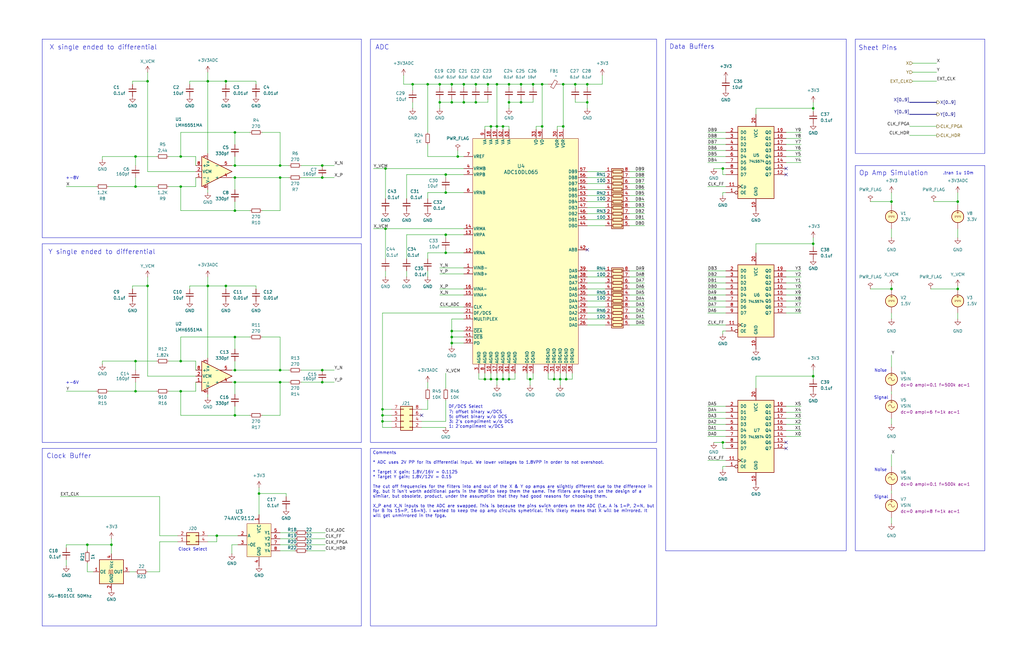
<source format=kicad_sch>
(kicad_sch (version 20231120) (generator "eeschema") (generator_version "8.0")
  (paper "USLedger")
  (junction (at 161.29 172.72))
  (junction (at 200.66 35.56))
  (junction (at 193.04 66.04))
  (junction (at 118.11 161.29))
  (junction (at 62.23 120.65))
  (junction (at 135.89 156.21))
  (junction (at 228.6 53.34))
  (junction (at 237.49 35.56))
  (junction (at 209.55 35.56))
  (junction (at 236.22 160.02))
  (junction (at 95.25 120.65))
  (junction (at 187.96 73.66))
  (junction (at 195.58 43.18))
  (junction (at 209.55 53.34))
  (junction (at 214.63 160.02))
  (junction (at 57.15 66.04))
  (junction (at 57.15 78.74))
  (junction (at 342.9 45.72))
  (junction (at 46.99 229.87))
  (junction (at 247.65 35.56))
  (junction (at 99.06 161.29))
  (junction (at 304.8 71.12))
  (junction (at 99.06 142.24))
  (junction (at 190.5 142.24))
  (junction (at 185.42 43.18))
  (junction (at 190.5 43.18))
  (junction (at 219.71 35.56))
  (junction (at 304.8 186.69))
  (junction (at 76.2 165.1))
  (junction (at 214.63 43.18))
  (junction (at 118.11 69.85))
  (junction (at 190.5 139.7))
  (junction (at 242.57 35.56))
  (junction (at 187.96 106.68))
  (junction (at 76.2 152.4))
  (junction (at 342.9 102.87))
  (junction (at 205.74 35.56))
  (junction (at 214.63 35.56))
  (junction (at 403.86 121.92))
  (junction (at 375.92 85.09))
  (junction (at 207.01 160.02))
  (junction (at 212.09 160.02))
  (junction (at 190.5 144.78))
  (junction (at 162.56 71.12))
  (junction (at 99.06 156.21))
  (junction (at 118.11 156.21))
  (junction (at 87.63 34.29))
  (junction (at 195.58 35.56))
  (junction (at 200.66 43.18))
  (junction (at 87.63 120.65))
  (junction (at 403.86 85.09))
  (junction (at 219.71 43.18))
  (junction (at 228.6 35.56))
  (junction (at 247.65 43.18))
  (junction (at 238.76 160.02))
  (junction (at 99.06 175.26))
  (junction (at 161.29 175.26))
  (junction (at 173.99 35.56))
  (junction (at 212.09 53.34))
  (junction (at 36.83 229.87))
  (junction (at 109.22 208.28))
  (junction (at 118.11 74.93))
  (junction (at 237.49 53.34))
  (junction (at 76.2 78.74))
  (junction (at 99.06 55.88))
  (junction (at 187.96 81.28))
  (junction (at 91.44 226.06))
  (junction (at 135.89 74.93))
  (junction (at 95.25 34.29))
  (junction (at 62.23 34.29))
  (junction (at 223.52 160.02))
  (junction (at 57.15 152.4))
  (junction (at 375.92 121.92))
  (junction (at 57.15 165.1))
  (junction (at 185.42 35.56))
  (junction (at 224.79 35.56))
  (junction (at 180.34 35.56))
  (junction (at 135.89 69.85))
  (junction (at 207.01 53.34))
  (junction (at 99.06 88.9))
  (junction (at 187.96 99.06))
  (junction (at 209.55 160.02))
  (junction (at 190.5 35.56))
  (junction (at 99.06 69.85))
  (junction (at 99.06 74.93))
  (junction (at 204.47 160.02))
  (junction (at 76.2 66.04))
  (junction (at 342.9 158.75))
  (junction (at 135.89 161.29))
  (junction (at 161.29 177.8))
  (junction (at 233.68 160.02))
  (junction (at 162.56 96.52))
  (no_connect (at 331.47 73.66))
  (no_connect (at 331.47 71.12))
  (no_connect (at 177.8 175.26))
  (no_connect (at 331.47 189.23))
  (no_connect (at 331.47 186.69))
  (no_connect (at 247.65 105.41))
  (wire (pts (xy 165.1 175.26) (xy 161.29 175.26)))
  (wire (pts (xy 76.2 78.74) (xy 82.55 78.74)))
  (wire (pts (xy 76.2 165.1) (xy 82.55 165.1)))
  (wire (pts (xy 342.9 156.21) (xy 342.9 158.75)))
  (wire (pts (xy 120.65 209.55) (xy 120.65 208.28)))
  (wire (pts (xy 36.83 241.3) (xy 39.37 241.3)))
  (wire (pts (xy 201.93 157.48) (xy 201.93 160.02)))
  (wire (pts (xy 71.12 78.74) (xy 76.2 78.74)))
  (wire (pts (xy 236.22 157.48) (xy 236.22 160.02)))
  (wire (pts (xy 403.86 86.36) (xy 403.86 85.09)))
  (wire (pts (xy 304.8 139.7) (xy 304.8 140.97)))
  (wire (pts (xy 247.65 85.09) (xy 255.27 85.09)))
  (wire (pts (xy 27.94 165.1) (xy 40.64 165.1)))
  (wire (pts (xy 298.45 179.07) (xy 306.07 179.07)))
  (wire (pts (xy 298.45 58.42) (xy 306.07 58.42)))
  (wire (pts (xy 238.76 160.02) (xy 236.22 160.02)))
  (wire (pts (xy 384.81 34.29) (xy 394.97 34.29)))
  (wire (pts (xy 231.14 157.48) (xy 231.14 160.02)))
  (wire (pts (xy 185.42 129.54) (xy 195.58 129.54)))
  (wire (pts (xy 265.43 137.16) (xy 271.78 137.16)))
  (wire (pts (xy 97.79 156.21) (xy 99.06 156.21)))
  (wire (pts (xy 331.47 68.58) (xy 337.82 68.58)))
  (wire (pts (xy 67.31 226.06) (xy 74.93 226.06)))
  (wire (pts (xy 76.2 165.1) (xy 76.2 175.26)))
  (wire (pts (xy 87.63 120.65) (xy 87.63 151.13)))
  (wire (pts (xy 187.96 73.66) (xy 195.58 73.66)))
  (wire (pts (xy 304.8 81.28) (xy 304.8 82.55)))
  (wire (pts (xy 306.07 196.85) (xy 304.8 196.85)))
  (wire (pts (xy 265.43 90.17) (xy 271.78 90.17)))
  (wire (pts (xy 171.45 99.06) (xy 171.45 109.22)))
  (wire (pts (xy 171.45 114.3) (xy 171.45 116.84)))
  (wire (pts (xy 265.43 116.84) (xy 271.78 116.84)))
  (wire (pts (xy 247.65 43.18) (xy 247.65 45.72)))
  (wire (pts (xy 219.71 35.56) (xy 224.79 35.56)))
  (wire (pts (xy 118.11 74.93) (xy 118.11 88.9)))
  (wire (pts (xy 403.86 132.08) (xy 403.86 134.62)))
  (wire (pts (xy 185.42 43.18) (xy 190.5 43.18)))
  (wire (pts (xy 99.06 85.09) (xy 99.06 88.9)))
  (wire (pts (xy 375.92 149.86) (xy 375.92 154.94)))
  (wire (pts (xy 162.56 71.12) (xy 195.58 71.12)))
  (wire (pts (xy 331.47 173.99) (xy 337.82 173.99)))
  (wire (pts (xy 242.57 35.56) (xy 242.57 36.83)))
  (wire (pts (xy 80.01 120.65) (xy 87.63 120.65)))
  (wire (pts (xy 306.07 81.28) (xy 304.8 81.28)))
  (wire (pts (xy 80.01 35.56) (xy 80.01 34.29)))
  (wire (pts (xy 222.25 160.02) (xy 223.52 160.02)))
  (wire (pts (xy 118.11 55.88) (xy 118.11 69.85)))
  (wire (pts (xy 180.34 168.91) (xy 180.34 172.72)))
  (wire (pts (xy 99.06 74.93) (xy 118.11 74.93)))
  (wire (pts (xy 71.12 165.1) (xy 76.2 165.1)))
  (wire (pts (xy 331.47 121.92) (xy 337.82 121.92)))
  (wire (pts (xy 204.47 53.34) (xy 204.47 54.61)))
  (wire (pts (xy 331.47 171.45) (xy 337.82 171.45)))
  (wire (pts (xy 36.83 229.87) (xy 36.83 232.41)))
  (wire (pts (xy 300.99 186.69) (xy 304.8 186.69)))
  (wire (pts (xy 99.06 55.88) (xy 99.06 60.96)))
  (wire (pts (xy 177.8 180.34) (xy 187.96 180.34)))
  (wire (pts (xy 127 69.85) (xy 135.89 69.85)))
  (wire (pts (xy 242.57 35.56) (xy 247.65 35.56)))
  (wire (pts (xy 190.5 35.56) (xy 185.42 35.56)))
  (wire (pts (xy 180.34 60.96) (xy 180.34 66.04)))
  (wire (pts (xy 242.57 41.91) (xy 242.57 43.18)))
  (wire (pts (xy 43.18 66.04) (xy 57.15 66.04)))
  (wire (pts (xy 27.94 229.87) (xy 27.94 231.14)))
  (wire (pts (xy 54.61 241.3) (xy 57.15 241.3)))
  (wire (pts (xy 195.58 35.56) (xy 195.58 36.83)))
  (wire (pts (xy 118.11 74.93) (xy 121.92 74.93)))
  (wire (pts (xy 304.8 196.85) (xy 304.8 198.12)))
  (wire (pts (xy 375.92 120.65) (xy 375.92 121.92)))
  (wire (pts (xy 82.55 78.74) (xy 82.55 74.93)))
  (wire (pts (xy 118.11 229.87) (xy 124.46 229.87)))
  (wire (pts (xy 214.63 43.18) (xy 219.71 43.18)))
  (wire (pts (xy 265.43 121.92) (xy 271.78 121.92)))
  (wire (pts (xy 80.01 121.92) (xy 80.01 120.65)))
  (wire (pts (xy 91.44 226.06) (xy 100.33 226.06)))
  (wire (pts (xy 318.77 102.87) (xy 342.9 102.87)))
  (wire (pts (xy 228.6 35.56) (xy 224.79 35.56)))
  (wire (pts (xy 298.45 127) (xy 306.07 127)))
  (wire (pts (xy 193.04 63.5) (xy 193.04 66.04)))
  (wire (pts (xy 76.2 55.88) (xy 99.06 55.88)))
  (wire (pts (xy 265.43 72.39) (xy 271.78 72.39)))
  (wire (pts (xy 331.47 124.46) (xy 337.82 124.46)))
  (wire (pts (xy 43.18 152.4) (xy 57.15 152.4)))
  (wire (pts (xy 247.65 80.01) (xy 255.27 80.01)))
  (wire (pts (xy 298.45 132.08) (xy 306.07 132.08)))
  (wire (pts (xy 331.47 55.88) (xy 337.82 55.88)))
  (wire (pts (xy 127 156.21) (xy 135.89 156.21)))
  (wire (pts (xy 99.06 161.29) (xy 118.11 161.29)))
  (wire (pts (xy 190.5 35.56) (xy 195.58 35.56)))
  (wire (pts (xy 162.56 83.82) (xy 162.56 71.12)))
  (wire (pts (xy 57.15 78.74) (xy 66.04 78.74)))
  (wire (pts (xy 375.92 176.53) (xy 375.92 179.07)))
  (wire (pts (xy 247.65 92.71) (xy 255.27 92.71)))
  (wire (pts (xy 97.79 74.93) (xy 99.06 74.93)))
  (wire (pts (xy 298.45 184.15) (xy 306.07 184.15)))
  (wire (pts (xy 331.47 127) (xy 337.82 127)))
  (wire (pts (xy 331.47 181.61) (xy 337.82 181.61)))
  (wire (pts (xy 76.2 142.24) (xy 99.06 142.24)))
  (wire (pts (xy 247.65 114.3) (xy 255.27 114.3)))
  (wire (pts (xy 342.9 45.72) (xy 342.9 46.99)))
  (wire (pts (xy 265.43 114.3) (xy 271.78 114.3)))
  (wire (pts (xy 107.95 120.65) (xy 107.95 121.92)))
  (wire (pts (xy 298.45 68.58) (xy 306.07 68.58)))
  (wire (pts (xy 135.89 156.21) (xy 140.97 156.21)))
  (wire (pts (xy 254 31.75) (xy 254 35.56)))
  (bus (pts (xy 394.97 43.18) (xy 383.54 43.18)))
  (wire (pts (xy 298.45 171.45) (xy 306.07 171.45)))
  (wire (pts (xy 185.42 124.46) (xy 195.58 124.46)))
  (wire (pts (xy 195.58 35.56) (xy 200.66 35.56)))
  (wire (pts (xy 265.43 129.54) (xy 271.78 129.54)))
  (wire (pts (xy 195.58 43.18) (xy 200.66 43.18)))
  (wire (pts (xy 97.79 229.87) (xy 97.79 233.68)))
  (wire (pts (xy 87.63 226.06) (xy 91.44 226.06)))
  (wire (pts (xy 247.65 43.18) (xy 247.65 41.91)))
  (wire (pts (xy 76.2 66.04) (xy 82.55 66.04)))
  (wire (pts (xy 223.52 160.02) (xy 224.79 160.02)))
  (wire (pts (xy 165.1 172.72) (xy 161.29 172.72)))
  (wire (pts (xy 214.63 157.48) (xy 214.63 160.02)))
  (wire (pts (xy 118.11 224.79) (xy 124.46 224.79)))
  (wire (pts (xy 403.86 120.65) (xy 403.86 121.92)))
  (wire (pts (xy 214.63 36.83) (xy 214.63 35.56)))
  (wire (pts (xy 383.54 57.15) (xy 394.97 57.15)))
  (wire (pts (xy 129.54 227.33) (xy 137.16 227.33)))
  (wire (pts (xy 170.18 35.56) (xy 173.99 35.56)))
  (wire (pts (xy 207.01 54.61) (xy 207.01 53.34)))
  (wire (pts (xy 384.81 26.67) (xy 394.97 26.67)))
  (wire (pts (xy 43.18 66.04) (xy 43.18 67.31)))
  (wire (pts (xy 375.92 86.36) (xy 375.92 85.09)))
  (wire (pts (xy 265.43 134.62) (xy 271.78 134.62)))
  (wire (pts (xy 62.23 120.65) (xy 62.23 158.75)))
  (wire (pts (xy 187.96 157.48) (xy 187.96 163.83)))
  (wire (pts (xy 180.34 116.84) (xy 180.34 114.3)))
  (wire (pts (xy 118.11 69.85) (xy 121.92 69.85)))
  (wire (pts (xy 118.11 161.29) (xy 121.92 161.29)))
  (wire (pts (xy 265.43 77.47) (xy 271.78 77.47)))
  (wire (pts (xy 161.29 172.72) (xy 161.29 175.26)))
  (wire (pts (xy 392.43 121.92) (xy 403.86 121.92)))
  (wire (pts (xy 224.79 160.02) (xy 224.79 157.48)))
  (wire (pts (xy 110.49 55.88) (xy 118.11 55.88)))
  (wire (pts (xy 298.45 129.54) (xy 306.07 129.54)))
  (wire (pts (xy 187.96 177.8) (xy 177.8 177.8)))
  (wire (pts (xy 247.65 77.47) (xy 255.27 77.47)))
  (wire (pts (xy 99.06 88.9) (xy 76.2 88.9)))
  (wire (pts (xy 57.15 66.04) (xy 66.04 66.04)))
  (wire (pts (xy 265.43 82.55) (xy 271.78 82.55)))
  (wire (pts (xy 367.03 85.09) (xy 375.92 85.09)))
  (wire (pts (xy 57.15 152.4) (xy 57.15 156.21)))
  (wire (pts (xy 331.47 184.15) (xy 337.82 184.15)))
  (wire (pts (xy 265.43 80.01) (xy 271.78 80.01)))
  (wire (pts (xy 87.63 228.6) (xy 91.44 228.6)))
  (wire (pts (xy 247.65 90.17) (xy 255.27 90.17)))
  (wire (pts (xy 207.01 53.34) (xy 204.47 53.34)))
  (wire (pts (xy 82.55 156.21) (xy 82.55 152.4)))
  (wire (pts (xy 187.96 73.66) (xy 187.96 74.93)))
  (wire (pts (xy 298.45 78.74) (xy 306.07 78.74)))
  (wire (pts (xy 99.06 175.26) (xy 105.41 175.26)))
  (wire (pts (xy 209.55 53.34) (xy 212.09 53.34)))
  (wire (pts (xy 180.34 172.72) (xy 177.8 172.72)))
  (wire (pts (xy 247.65 137.16) (xy 255.27 137.16)))
  (wire (pts (xy 190.5 41.91) (xy 190.5 43.18)))
  (wire (pts (xy 185.42 121.92) (xy 195.58 121.92)))
  (wire (pts (xy 318.77 163.83) (xy 318.77 158.75)))
  (wire (pts (xy 226.06 54.61) (xy 226.06 53.34)))
  (wire (pts (xy 87.63 166.37) (xy 87.63 167.64)))
  (wire (pts (xy 99.06 161.29) (xy 99.06 166.37)))
  (wire (pts (xy 187.96 99.06) (xy 187.96 100.33)))
  (wire (pts (xy 76.2 55.88) (xy 76.2 66.04)))
  (wire (pts (xy 25.4 209.55) (xy 67.31 209.55)))
  (wire (pts (xy 217.17 157.48) (xy 217.17 160.02)))
  (wire (pts (xy 247.65 95.25) (xy 255.27 95.25)))
  (wire (pts (xy 247.65 134.62) (xy 255.27 134.62)))
  (wire (pts (xy 157.48 71.12) (xy 162.56 71.12)))
  (wire (pts (xy 247.65 72.39) (xy 255.27 72.39)))
  (wire (pts (xy 241.3 157.48) (xy 241.3 160.02)))
  (wire (pts (xy 247.65 127) (xy 255.27 127)))
  (wire (pts (xy 173.99 35.56) (xy 180.34 35.56)))
  (wire (pts (xy 375.92 218.44) (xy 375.92 220.98)))
  (wire (pts (xy 57.15 152.4) (xy 66.04 152.4)))
  (wire (pts (xy 265.43 85.09) (xy 271.78 85.09)))
  (wire (pts (xy 185.42 43.18) (xy 185.42 45.72)))
  (wire (pts (xy 45.72 78.74) (xy 57.15 78.74)))
  (wire (pts (xy 375.92 191.77) (xy 375.92 196.85)))
  (wire (pts (xy 99.06 88.9) (xy 105.41 88.9)))
  (wire (pts (xy 27.94 78.74) (xy 40.64 78.74)))
  (wire (pts (xy 212.09 54.61) (xy 212.09 53.34)))
  (wire (pts (xy 209.55 35.56) (xy 209.55 53.34)))
  (wire (pts (xy 237.49 35.56) (xy 242.57 35.56)))
  (wire (pts (xy 200.66 36.83) (xy 200.66 35.56)))
  (bus (pts (xy 383.54 48.26) (xy 394.97 48.26)))
  (wire (pts (xy 55.88 121.92) (xy 55.88 120.65)))
  (wire (pts (xy 298.45 116.84) (xy 306.07 116.84)))
  (wire (pts (xy 205.74 36.83) (xy 205.74 35.56)))
  (wire (pts (xy 45.72 165.1) (xy 57.15 165.1)))
  (wire (pts (xy 99.06 152.4) (xy 99.06 156.21)))
  (wire (pts (xy 187.96 105.41) (xy 187.96 106.68)))
  (wire (pts (xy 222.25 157.48) (xy 222.25 160.02)))
  (wire (pts (xy 71.12 152.4) (xy 76.2 152.4)))
  (wire (pts (xy 187.96 80.01) (xy 187.96 81.28)))
  (wire (pts (xy 129.54 229.87) (xy 137.16 229.87)))
  (wire (pts (xy 298.45 66.04) (xy 306.07 66.04)))
  (wire (pts (xy 180.34 66.04) (xy 193.04 66.04)))
  (wire (pts (xy 135.89 69.85) (xy 140.97 69.85)))
  (wire (pts (xy 265.43 119.38) (xy 271.78 119.38)))
  (wire (pts (xy 298.45 173.99) (xy 306.07 173.99)))
  (wire (pts (xy 304.8 71.12) (xy 306.07 71.12)))
  (wire (pts (xy 212.09 157.48) (xy 212.09 160.02)))
  (wire (pts (xy 99.06 175.26) (xy 76.2 175.26)))
  (wire (pts (xy 298.45 60.96) (xy 306.07 60.96)))
  (wire (pts (xy 110.49 175.26) (xy 118.11 175.26)))
  (wire (pts (xy 67.31 228.6) (xy 74.93 228.6)))
  (wire (pts (xy 224.79 41.91) (xy 224.79 43.18)))
  (wire (pts (xy 306.07 73.66) (xy 304.8 73.66)))
  (wire (pts (xy 110.49 142.24) (xy 118.11 142.24)))
  (wire (pts (xy 298.45 114.3) (xy 306.07 114.3)))
  (wire (pts (xy 107.95 34.29) (xy 107.95 35.56)))
  (wire (pts (xy 298.45 121.92) (xy 306.07 121.92)))
  (wire (pts (xy 219.71 35.56) (xy 214.63 35.56)))
  (wire (pts (xy 99.06 74.93) (xy 99.06 80.01)))
  (wire (pts (xy 212.09 160.02) (xy 214.63 160.02)))
  (wire (pts (xy 375.92 165.1) (xy 375.92 166.37)))
  (wire (pts (xy 190.5 144.78) (xy 190.5 146.05)))
  (wire (pts (xy 207.01 157.48) (xy 207.01 160.02)))
  (wire (pts (xy 209.55 54.61) (xy 209.55 53.34)))
  (wire (pts (xy 27.94 229.87) (xy 36.83 229.87)))
  (wire (pts (xy 238.76 157.48) (xy 238.76 160.02)))
  (wire (pts (xy 82.55 165.1) (xy 82.55 161.29)))
  (wire (pts (xy 300.99 71.12) (xy 304.8 71.12)))
  (wire (pts (xy 214.63 43.18) (xy 214.63 41.91)))
  (wire (pts (xy 331.47 60.96) (xy 337.82 60.96)))
  (wire (pts (xy 209.55 53.34) (xy 207.01 53.34)))
  (wire (pts (xy 204.47 157.48) (xy 204.47 160.02)))
  (wire (pts (xy 46.99 233.68) (xy 46.99 229.87)))
  (wire (pts (xy 162.56 96.52) (xy 162.56 109.22)))
  (wire (pts (xy 265.43 132.08) (xy 271.78 132.08)))
  (wire (pts (xy 36.83 237.49) (xy 36.83 241.3)))
  (wire (pts (xy 247.65 119.38) (xy 255.27 119.38)))
  (wire (pts (xy 306.07 139.7) (xy 304.8 139.7)))
  (wire (pts (xy 118.11 161.29) (xy 118.11 175.26)))
  (wire (pts (xy 99.06 142.24) (xy 99.06 147.32)))
  (wire (pts (xy 205.74 35.56) (xy 200.66 35.56)))
  (wire (pts (xy 62.23 116.84) (xy 62.23 120.65)))
  (wire (pts (xy 304.8 189.23) (xy 304.8 186.69)))
  (wire (pts (xy 162.56 114.3) (xy 162.56 116.84)))
  (wire (pts (xy 110.49 88.9) (xy 118.11 88.9)))
  (wire (pts (xy 219.71 41.91) (xy 219.71 43.18)))
  (wire (pts (xy 161.29 132.08) (xy 195.58 132.08)))
  (wire (pts (xy 219.71 35.56) (xy 219.71 36.83)))
  (wire (pts (xy 207.01 160.02) (xy 209.55 160.02)))
  (wire (pts (xy 233.68 160.02) (xy 231.14 160.02)))
  (wire (pts (xy 87.63 34.29) (xy 87.63 64.77)))
  (wire (pts (xy 237.49 53.34) (xy 237.49 35.56)))
  (wire (pts (xy 180.34 35.56) (xy 185.42 35.56)))
  (wire (pts (xy 236.22 160.02) (xy 233.68 160.02)))
  (wire (pts (xy 120.65 208.28) (xy 109.22 208.28)))
  (wire (pts (xy 214.63 160.02) (xy 217.17 160.02)))
  (wire (pts (xy 118.11 232.41) (xy 124.46 232.41)))
  (wire (pts (xy 331.47 179.07) (xy 337.82 179.07)))
  (wire (pts (xy 80.01 34.29) (xy 87.63 34.29)))
  (wire (pts (xy 135.89 74.93) (xy 140.97 74.93)))
  (wire (pts (xy 87.63 120.65) (xy 95.25 120.65)))
  (wire (pts (xy 165.1 180.34) (xy 161.29 180.34)))
  (wire (pts (xy 375.92 207.01) (xy 375.92 208.28)))
  (wire (pts (xy 91.44 228.6) (xy 91.44 226.06)))
  (wire (pts (xy 247.65 129.54) (xy 255.27 129.54)))
  (wire (pts (xy 298.45 55.88) (xy 306.07 55.88)))
  (wire (pts (xy 234.95 53.34) (xy 237.49 53.34)))
  (wire (pts (xy 318.77 106.68) (xy 318.77 102.87)))
  (wire (pts (xy 298.45 181.61) (xy 306.07 181.61)))
  (wire (pts (xy 180.34 106.68) (xy 180.34 109.22)))
  (wire (pts (xy 87.63 80.01) (xy 87.63 81.28)))
  (wire (pts (xy 27.94 236.22) (xy 27.94 238.76)))
  (wire (pts (xy 161.29 180.34) (xy 161.29 177.8)))
  (wire (pts (xy 99.06 55.88) (xy 105.41 55.88)))
  (wire (pts (xy 55.88 120.65) (xy 62.23 120.65)))
  (wire (pts (xy 195.58 66.04) (xy 193.04 66.04)))
  (wire (pts (xy 318.77 158.75) (xy 342.9 158.75)))
  (wire (pts (xy 97.79 69.85) (xy 99.06 69.85)))
  (wire (pts (xy 99.06 66.04) (xy 99.06 69.85)))
  (wire (pts (xy 190.5 35.56) (xy 190.5 36.83)))
  (wire (pts (xy 55.88 34.29) (xy 62.23 34.29)))
  (wire (pts (xy 304.8 73.66) (xy 304.8 71.12)))
  (wire (pts (xy 95.25 120.65) (xy 95.25 121.92)))
  (wire (pts (xy 237.49 54.61) (xy 237.49 53.34)))
  (wire (pts (xy 187.96 106.68) (xy 195.58 106.68)))
  (wire (pts (xy 190.5 134.62) (xy 190.5 139.7)))
  (wire (pts (xy 226.06 53.34) (xy 228.6 53.34)))
  (wire (pts (xy 129.54 224.79) (xy 137.16 224.79)))
  (wire (pts (xy 200.66 41.91) (xy 200.66 43.18)))
  (wire (pts (xy 185.42 115.57) (xy 195.58 115.57)))
  (wire (pts (xy 342.9 102.87) (xy 342.9 104.14)))
  (wire (pts (xy 331.47 66.04) (xy 337.82 66.04)))
  (wire (pts (xy 318.77 45.72) (xy 342.9 45.72)))
  (wire (pts (xy 209.55 35.56) (xy 214.63 35.56)))
  (wire (pts (xy 180.34 35.56) (xy 180.34 55.88)))
  (wire (pts (xy 180.34 106.68) (xy 187.96 106.68)))
  (wire (pts (xy 161.29 132.08) (xy 161.29 172.72)))
  (wire (pts (xy 331.47 114.3) (xy 337.82 114.3)))
  (wire (pts (xy 228.6 53.34) (xy 228.6 35.56)))
  (wire (pts (xy 247.65 36.83) (xy 247.65 35.56)))
  (wire (pts (xy 224.79 43.18) (xy 219.71 43.18)))
  (wire (pts (xy 375.92 132.08) (xy 375.92 134.62)))
  (wire (pts (xy 43.18 152.4) (xy 43.18 153.67)))
  (wire (pts (xy 247.65 87.63) (xy 255.27 87.63)))
  (wire (pts (xy 185.42 43.18) (xy 185.42 41.91)))
  (wire (pts (xy 76.2 152.4) (xy 82.55 152.4)))
  (wire (pts (xy 99.06 69.85) (xy 118.11 69.85)))
  (wire (pts (xy 190.5 142.24) (xy 190.5 144.78)))
  (wire (pts (xy 118.11 142.24) (xy 118.11 156.21)))
  (wire (pts (xy 180.34 81.28) (xy 187.96 81.28)))
  (wire (pts (xy 97.79 161.29) (xy 99.06 161.29)))
  (wire (pts (xy 62.23 34.29) (xy 62.23 72.39)))
  (wire (pts (xy 403.86 81.28) (xy 403.86 85.09)))
  (wire (pts (xy 209.55 160.02) (xy 212.09 160.02)))
  (wire (pts (xy 129.54 232.41) (xy 137.16 232.41)))
  (wire (pts (xy 161.29 177.8) (xy 161.29 175.26)))
  (wire (pts (xy 228.6 54.61) (xy 228.6 53.34)))
  (wire (pts (xy 190.5 142.24) (xy 195.58 142.24)))
  (wire (pts (xy 195.58 41.91) (xy 195.58 43.18)))
  (wire (pts (xy 62.23 72.39) (xy 82.55 72.39)))
  (wire (pts (xy 99.06 142.24) (xy 105.41 142.24)))
  (wire (pts (xy 36.83 229.87) (xy 46.99 229.87)))
  (wire (pts (xy 190.5 144.78) (xy 195.58 144.78)))
  (wire (pts (xy 109.22 208.28) (xy 109.22 217.17)))
  (wire (pts (xy 87.63 116.84) (xy 87.63 120.65)))
  (wire (pts (xy 180.34 161.29) (xy 180.34 163.83)))
  (wire (pts (xy 403.86 96.52) (xy 403.86 100.33)))
  (wire (pts (xy 236.22 35.56) (xy 237.49 35.56)))
  (wire (pts (xy 265.43 127) (xy 271.78 127)))
  (wire (pts (xy 46.99 227.33) (xy 46.99 229.87)))
  (wire (pts (xy 298.45 137.16) (xy 306.07 137.16)))
  (wire (pts (xy 67.31 209.55) (xy 67.31 226.06)))
  (wire (pts (xy 187.96 99.06) (xy 195.58 99.06)))
  (wire (pts (xy 190.5 134.62) (xy 195.58 134.62)))
  (wire (pts (xy 298.45 176.53) (xy 306.07 176.53)))
  (wire (pts (xy 228.6 35.56) (xy 231.14 35.56)))
  (wire (pts (xy 118.11 156.21) (xy 121.92 156.21)))
  (wire (pts (xy 127 161.29) (xy 135.89 161.29)))
  (wire (pts (xy 171.45 73.66) (xy 171.45 83.82)))
  (wire (pts (xy 162.56 96.52) (xy 195.58 96.52)))
  (wire (pts (xy 76.2 142.24) (xy 76.2 152.4)))
  (wire (pts (xy 265.43 92.71) (xy 271.78 92.71)))
  (wire (pts (xy 173.99 38.1) (xy 173.99 35.56)))
  (wire (pts (xy 236.22 160.02) (xy 236.22 162.56)))
  (wire (pts (xy 265.43 87.63) (xy 271.78 87.63)))
  (wire (pts (xy 62.23 158.75) (xy 82.55 158.75)))
  (wire (pts (xy 87.63 30.48) (xy 87.63 34.29)))
  (wire (pts (xy 247.65 132.08) (xy 255.27 132.08)))
  (wire (pts (xy 298.45 63.5) (xy 306.07 63.5)))
  (wire (pts (xy 190.5 43.18) (xy 195.58 43.18)))
  (wire (pts (xy 171.45 73.66) (xy 187.96 73.66)))
  (wire (pts (xy 331.47 119.38) (xy 337.82 119.38)))
  (wire (pts (xy 247.65 74.93) (xy 255.27 74.93)))
  (wire (pts (xy 298.45 119.38) (xy 306.07 119.38)))
  (wire (pts (xy 185.42 36.83) (xy 185.42 35.56)))
  (wire (pts (xy 331.47 116.84) (xy 337.82 116.84)))
  (wire (pts (xy 342.9 158.75) (xy 342.9 160.02)))
  (wire (pts (xy 247.65 82.55) (xy 255.27 82.55)))
  (wire (pts (xy 109.22 205.74) (xy 109.22 208.28)))
  (wire (pts (xy 233.68 157.48) (xy 233.68 160.02)))
  (wire (pts (xy 254 35.56) (xy 247.65 35.56)))
  (wire (pts (xy 57.15 165.1) (xy 66.04 165.1)))
  (wire (pts (xy 304.8 186.69) (xy 306.07 186.69)))
  (wire (pts (xy 82.55 69.85) (xy 82.55 66.04)))
  (wire (pts (xy 118.11 227.33) (xy 124.46 227.33)))
  (wire (pts (xy 201.93 160.02) (xy 204.47 160.02)))
  (wire (pts (xy 265.43 95.25) (xy 271.78 95.25)))
  (wire (pts (xy 247.65 43.18) (xy 242.57 43.18)))
  (wire (pts (xy 214.63 43.18) (xy 214.63 45.72)))
  (wire (pts (xy 383.54 53.34) (xy 394.97 53.34)))
  (wire (pts (xy 223.52 160.02) (xy 223.52 162.56)))
  (wire (pts (xy 135.89 161.29) (xy 140.97 161.29)))
  (wire (pts (xy 173.99 43.18) (xy 173.99 45.72)))
  (wire (pts (xy 107.95 120.65) (xy 95.25 120.65)))
  (wire (pts (xy 67.31 241.3) (xy 67.31 228.6)))
  (wire (pts (xy 170.18 31.75) (xy 170.18 35.56)))
  (wire (pts (xy 331.47 129.54) (xy 337.82 129.54)))
  (wire (pts (xy 265.43 124.46) (xy 271.78 124.46)))
  (wire (pts (xy 99.06 171.45) (xy 99.06 175.26)))
  (wire (pts (xy 209.55 157.48) (xy 209.55 160.02)))
  (wire (pts (xy 304.8 189.23) (xy 306.07 189.23)))
  (wire (pts (xy 165.1 177.8) (xy 161.29 177.8)))
  (wire (pts (xy 224.79 36.83) (xy 224.79 35.56)))
  (wire (pts (xy 375.92 81.28) (xy 375.92 85.09)))
  (wire (pts (xy 171.45 99.06) (xy 187.96 99.06)))
  (wire (pts (xy 57.15 66.04) (xy 57.15 69.85)))
  (wire (pts (xy 200.66 43.18) (xy 205.74 43.18)))
  (wire (pts (xy 76.2 78.74) (xy 76.2 88.9)))
  (wire (pts (xy 190.5 139.7) (xy 195.58 139.7)))
  (wire (pts (xy 331.47 58.42) (xy 337.82 58.42)))
  (wire (pts (xy 57.15 161.29) (xy 57.15 165.1)))
  (wire (pts (xy 187.96 168.91) (xy 187.96 177.8)))
  (wire (pts (xy 127 74.93) (xy 135.89 74.93)))
  (wire (pts (xy 57.15 74.93) (xy 57.15 78.74)))
  (wire (pts (xy 205.74 41.91) (xy 205.74 43.18)))
  (wire (pts (xy 209.55 160.02) (xy 209.55 162.56)))
  (wire (pts (xy 204.47 160.02) (xy 207.01 160.02)))
  (wire (pts (xy 247.65 116.84) (xy 255.27 116.84)))
  (wire (pts (xy 55.88 35.56) (xy 55.88 34.29)))
  (wire (pts (xy 375.92 96.52) (xy 375.92 100.33)))
  (wire (pts (xy 209.55 35.56) (xy 205.74 35.56)))
  (wire (pts (xy 342.9 100.33) (xy 342.9 102.87)))
  (wire (pts (xy 87.63 34.29) (xy 95.25 34.29)))
  (wire (pts (xy 298.45 194.31) (xy 306.07 194.31)))
  (wire (pts (xy 342.9 43.18) (xy 342.9 45.72)))
  (wire (pts (xy 265.43 74.93) (xy 271.78 74.93)))
  (wire (pts (xy 212.09 53.34) (xy 214.63 53.34)))
  (wire (pts (xy 306.07 124.46) (xy 298.45 124.46)))
  (wire (pts (xy 62.23 30.48) (xy 62.23 34.29)))
  (wire (pts (xy 331.47 132.08) (xy 337.82 132.08)))
  (wire (pts (xy 185.42 113.03) (xy 195.58 113.03)))
  (wire (pts (xy 247.65 121.92) (xy 255.27 121.92)))
  (wire (pts (xy 214.63 54.61) (xy 214.63 53.34)))
  (wire (pts (xy 331.47 176.53) (xy 337.82 176.53)))
  (wire (pts (xy 247.65 124.46) (xy 255.27 124.46)))
  (wire (pts (xy 180.34 81.28) (xy 180.34 83.82)))
  (wire (pts (xy 318.77 45.72) (xy 318.77 48.26)))
  (wire (pts (xy 107.95 34.29) (xy 95.25 34.29)))
  (wire (pts (xy 234.95 54.61) (xy 234.95 53.34)))
  (wire (pts (xy 331.47 63.5) (xy 337.82 63.5)))
  (wire (pts (xy 67.31 241.3) (xy 62.23 241.3)))
  (wire (pts (xy 190.5 139.7) (xy 190.5 142.24)))
  (wire (pts (xy 367.03 121.92) (xy 375.92 121.92)))
  (wire (pts (xy 100.33 229.87) (xy 97.79 229.87)))
  (wire (pts (xy 157.48 96.52) (xy 162.56 96.52)))
  (wire (pts (xy 187.96 81.28) (xy 195.58 81.28)))
  (wire (pts (xy 393.7 85.09) (xy 403.86 85.09)))
  (wire (pts (xy 241.3 160.02) (xy 238.76 160.02)))
  (wire (pts (xy 384.81 30.48) (xy 394.97 30.48)))
  (wire (pts (xy 99.06 156.21) (xy 118.11 156.21)))
  (wire (pts (xy 71.12 66.04) (xy 76.2 66.04)))
  (wire (pts (xy 95.25 34.29) (xy 95.25 35.56)))
  (rectangle (start 156.21 16.51) (end 276.86 186.69))
  (rectangle (start 17.78 102.87) (end 152.4 186.69))
  (rectangle (start 360.68 16.51) (end 415.29 64.77))
  (rectangle (start 17.78 16.51) (end 152.4 100.33))
  (rectangle (start 17.78 189.23) (end 152.4 264.16))
  (rectangle (start 360.68 69.85) (end 415.29 232.41))
  (rectangle (start 280.67 16.51) (end 356.87 232.41))
  (text_box "Comments\n\n* ADC uses 2V PP for its differential input. We lower voltages to 1.8VPP in order to not overshoot.\n\n* Target X gain: 1.8V/16V = 0.1125\n* Target Y gain: 1.8V/12V = 0.15\n\nThe cut off frequencies for the filters into and out of the X & Y op amps are slightly different due to the difference in Rg, but it isn't worth additional parts in the BOM to keep them the same. The filters are based on the design of a similar, but obsolete, product, under the assumption that they had good reasons for choosing them.\n\nX_P and X_N inputs to the ADC are swapped. This is because the pins swich orders on the ADC (i.e. A is 1=P, 2=N, but for B its 15=P, 16=N). I wanted to keep the op amp circuits symetrical. This likely means that X will be mirrored. It will get unmirrored in the fpga." (at 156.21 189.23 0) (size 120.65 74.93) (effects (font (size 1.27 1.27)) (justify left top)))
  (text "Y single ended to differential" (at 20.32 106.426 0) (effects (font (size 2 2)) (justify left)))
  (text "7: offset binary w/DCS\n5: offset binary w/o DCS\n3: 2's compliment w/o DCS\n1: 2'compliment w/DCS" (at 189.23 177.038 0) (effects (font (size 1.27 1.27)) (justify left)))
  (text "+-8V" (at 30.48 75.184 0) (effects (font (size 1.27 1.27))))
  (text "Signal" (at 371.602 209.804 0) (effects (font (size 1.27 1.27))))
  (text "Data Buffers" (at 282.194 19.812 0) (effects (font (size 2 2)) (justify left)))
  (text "Clock Select" (at 81.28 231.902 0) (effects (font (size 1.27 1.27))))
  (text "Signal" (at 371.602 167.894 0) (effects (font (size 1.27 1.27))))
  (text ".tran 1u 10m" (at 404.114 73.152 0) (effects (font (size 1.27 1.27))))
  (text "X single ended to differential" (at 20.828 20.066 0) (effects (font (size 2 2)) (justify left)))
  (text "Noise" (at 371.348 198.374 0) (effects (font (size 1.27 1.27))))
  (text "ADC" (at 158.242 20.066 0) (effects (font (size 2 2)) (justify left)))
  (text "Sheet Pins" (at 361.95 20.32 0) (effects (font (size 2 2)) (justify left)))
  (text "Op Amp Simulation" (at 362.204 73.152 0) (effects (font (size 2 2)) (justify left)))
  (text "Noise" (at 371.348 156.464 0) (effects (font (size 1.27 1.27))))
  (text "+-6V" (at 30.48 161.544 0) (effects (font (size 1.27 1.27))))
  (text "DF/DCS Select" (at 196.342 171.704 0) (effects (font (size 1.27 1.27))))
  (text "Clock Buffer" (at 19.558 192.532 0) (effects (font (size 2 2)) (justify left)))
  (label "Y4" (at 337.82 68.58 180))
  (label "DA8" (at 298.45 127 0))
  (label "X3" (at 337.82 176.53 180))
  (label "CLK_FF" (at 137.16 227.33 0))
  (label "DA0" (at 271.78 137.16 180))
  (label "CLK_HDR" (at 137.16 232.41 0))
  (label "X7" (at 337.82 129.54 180))
  (label "DA7" (at 298.45 129.54 0))
  (label "DB1" (at 271.78 92.71 180))
  (label "DB4" (at 298.45 68.58 0))
  (label "DB5" (at 271.78 82.55 180))
  (label "DA5" (at 298.45 171.45 0))
  (label "X[0..9]" (at 383.54 43.18 180))
  (label "DB0" (at 271.78 95.25 180))
  (label "X4" (at 337.82 173.99 180))
  (label "X_N" (at 140.97 69.85 0))
  (label "CLK_HDR" (at 383.54 57.15 180))
  (label "DA1" (at 298.45 181.61 0))
  (label "DA0" (at 298.45 184.15 0))
  (label "DB9" (at 298.45 55.88 0))
  (label "X2" (at 337.82 179.07 180))
  (label "DA6" (at 271.78 121.92 180))
  (label "X8" (at 337.82 127 180))
  (label "X_N" (at 185.42 124.46 0))
  (label "DB7" (at 298.45 60.96 0))
  (label "DB6" (at 271.78 80.01 180))
  (label "DA8" (at 271.78 116.84 180))
  (label "CLK_FPGA" (at 383.54 53.34 180))
  (label "X0" (at 337.82 184.15 180))
  (label "DA3" (at 271.78 129.54 180))
  (label "Y_P" (at 185.42 115.57 0))
  (label "Y" (at 375.92 149.86 0))
  (label "X5" (at 337.82 171.45 180))
  (label "Y8" (at 337.82 58.42 180))
  (label "X" (at 375.92 191.77 0))
  (label "CLK_FF" (at 298.45 194.31 0))
  (label "CLK_FPGA" (at 137.16 229.87 0))
  (label "CLK_FF" (at 298.45 78.74 0))
  (label "Y1" (at 337.82 119.38 180))
  (label "Y0" (at 337.82 121.92 180))
  (label "Y_N" (at 140.97 156.21 0))
  (label "DA2" (at 298.45 179.07 0))
  (label "DB8" (at 271.78 74.93 180))
  (label "X" (at 27.94 78.74 0))
  (label "DA5" (at 271.78 124.46 180))
  (label "X_P" (at 140.97 74.93 0))
  (label "Y_P" (at 140.97 161.29 0))
  (label "DA7" (at 271.78 119.38 180))
  (label "X" (at 394.97 26.67 0))
  (label "CLK_ADC" (at 137.16 224.79 0))
  (label "DB0" (at 298.45 121.92 0))
  (label "DA1" (at 271.78 134.62 180))
  (label "CLK_ADC" (at 185.42 129.54 0))
  (label "X6" (at 337.82 132.08 180))
  (label "X_VCM" (at 157.48 96.52 0))
  (label "Y5" (at 337.82 66.04 180))
  (label "DA9" (at 271.78 114.3 180))
  (label "Y3" (at 337.82 114.3 180))
  (label "Y7" (at 337.82 60.96 180))
  (label "X_VCM" (at 187.96 157.48 0))
  (label "DB5" (at 298.45 66.04 0))
  (label "X1" (at 337.82 181.61 180))
  (label "Y_N" (at 185.42 113.03 0))
  (label "DA2" (at 271.78 132.08 180))
  (label "EXT_CLK" (at 25.4 209.55 0))
  (label "DA3" (at 298.45 176.53 0))
  (label "DB3" (at 271.78 87.63 180))
  (label "X_P" (at 185.42 121.92 0))
  (label "DB7" (at 271.78 77.47 180))
  (label "DB2" (at 271.78 90.17 180))
  (label "Y" (at 27.94 165.1 0))
  (label "DB3" (at 298.45 114.3 0))
  (label "Y_VCM" (at 157.48 71.12 0))
  (label "X9" (at 337.82 124.46 180))
  (label "DA6" (at 298.45 132.08 0))
  (label "CLK_FF" (at 298.45 137.16 0))
  (label "EXT_CLK" (at 394.97 34.29 0))
  (label "Y[0..9]" (at 383.54 48.26 180))
  (label "Y9" (at 337.82 55.88 180))
  (label "DA9" (at 298.45 124.46 0))
  (label "DB8" (at 298.45 58.42 0))
  (label "Y6" (at 337.82 63.5 180))
  (label "Y2" (at 337.82 116.84 180))
  (label "DB2" (at 298.45 116.84 0))
  (label "Y" (at 394.97 30.48 0))
  (label "DB6" (at 298.45 63.5 0))
  (label "DB4" (at 271.78 85.09 180))
  (label "DB1" (at 298.45 119.38 0))
  (label "DA4" (at 271.78 127 180))
  (label "DB9" (at 271.78 72.39 180))
  (label "DA4" (at 298.45 173.99 0))
  (hierarchical_label "Y" (shape input) (at 384.81 30.48 180))
  (hierarchical_label "Y[0..9]" (shape output) (at 394.97 48.26 0))
  (hierarchical_label "EXT_CLK" (shape input) (at 384.81 34.29 180))
  (hierarchical_label "CLK_FPGA" (shape output) (at 394.97 53.34 0))
  (hierarchical_label "CLK_HDR" (shape output) (at 394.97 57.15 0))
  (hierarchical_label "X" (shape input) (at 384.81 26.67 180))
  (hierarchical_label "X[0..9]" (shape output) (at 394.97 43.18 0))
  (symbol (lib_id "Device:R_Pack04") (at 260.35 92.71 270) (unit 1) (exclude_from_sim yes)
    (property "Reference" "RN3" (at 253.492 89.154 90))
    (property "Value" "100" (at 253.492 91.694 90))
    (property "Footprint" "Resistor_SMD:R_Array_Concave_4x0402" (effects (hide yes)))
    (property "Description" "4 resistor network, parallel topology" (effects (hide yes)))
    (property "LCSC Part #" "C326873" (effects (hide yes)))
    (property "Digi-Key Part Number" "13-YC124-FR-07100RLCT-ND" (effects (hide yes)))
  )
  (symbol (lib_id "Device:C_Small") (at 99.06 63.5 0) (mirror y) (unit 1)
    (property "Reference" "C5" (at 96.52 62.2362 0) (effects (justify left)))
    (property "Value" "330pf" (at 96.52 64.7762 0) (effects (justify left)))
    (property "Footprint" "Capacitor_SMD:C_0402_1005Metric" (effects (hide yes)))
    (property "Description" "Unpolarized capacitor, small symbol" (effects (hide yes)))
    (property "Digi-Key Part Number" "490-3247-1-ND" (effects (hide yes)))
    (property "LCSC Part #" "C437449" (effects (hide yes)))
  )
  (symbol (lib_id "Device:C_Small") (at 27.94 233.68 0) (unit 1)
    (property "Reference" "C18" (at 20.574 232.41 0) (effects (justify left)))
    (property "Value" "0.1uf" (at 20.574 234.95 0) (effects (justify left)))
    (property "Footprint" "Capacitor_SMD:C_0402_1005Metric" (effects (hide yes)))
    (property "Description" "Unpolarized capacitor, small symbol" (effects (hide yes)))
    (property "LCSC Part #" "C1525" (effects (hide yes)))
    (property "Digi-Key Part Number" "490-6328-1-ND" (effects (hide yes)))
  )
  (symbol (lib_id "ADC10DL065:ADC10DL065CIVS_NOPB") (at 222.25 105.41 0) (unit 1) (exclude_from_sim yes)
    (property "Reference" "U4" (at 219.71 70.104 0) (effects (font (size 1.524 1.524))))
    (property "Value" "ADC10DL065" (at 219.71 72.644 0) (effects (font (size 1.524 1.524))))
    (property "Footprint" "ADC10DL065:VEC64A_TEX" (effects (hide yes)))
    (property "Datasheet" "https://www.ti.com/lit/ds/symlink/adc10dl065.pdf" (effects (hide yes)))
    (property "Digi-Key Part Number" "ADC10DL065CIVS/NOPB-ND" (effects (hide yes)))
    (property "LCSC Part #" "C2877193" (effects (hide yes)))
  )
  (symbol (lib_id "power:GND") (at 375.92 100.33 0) (unit 1)
    (property "Reference" "#PWR0130" (effects (hide yes)))
    (property "Value" "GND" (at 375.92 105.41 0))
    (property "Description" "Power symbol creates a global label with name \"GND\" , ground" (effects (hide yes)))
  )
  (symbol (lib_id "Device:C_Small") (at 185.42 39.37 0) (unit 1)
    (property "Reference" "C19" (at 183.134 29.972 0) (effects (justify left)))
    (property "Value" "0.1uf" (at 183.134 32.512 0) (effects (font (size 1 1)) (justify left)))
    (property "Footprint" "Capacitor_SMD:C_0402_1005Metric" (effects (hide yes)))
    (property "Description" "Unpolarized capacitor, small symbol" (effects (hide yes)))
    (property "LCSC Part #" "C1525" (effects (hide yes)))
    (property "Digi-Key Part Number" "490-6328-1-ND" (effects (hide yes)))
  )
  (symbol (lib_id "power:GND") (at 209.55 162.56 0) (unit 1)
    (property "Reference" "#PWR0109" (effects (hide yes)))
    (property "Value" "GND" (at 209.55 166.624 0))
    (property "Description" "Power symbol creates a global label with name \"GND\" , ground" (effects (hide yes)))
  )
  (symbol (lib_id "Device:C_Small") (at 187.96 102.87 0) (unit 1)
    (property "Reference" "C33" (at 180.848 101.6 0) (effects (justify left)))
    (property "Value" "10uf" (at 180.848 104.14 0) (effects (justify left)))
    (property "Footprint" "Capacitor_SMD:C_0603_1608Metric" (effects (hide yes)))
    (property "Description" "Unpolarized capacitor, small symbol" (effects (hide yes)))
    (property "LCSC Part #" "C77041" (effects (hide yes)))
    (property "Digi-Key Part Number" "490-3896-1-ND " (effects (hide yes)))
  )
  (symbol (lib_id "Simulation_SPICE:VSIN") (at 375.92 171.45 0) (unit 1) (in_bom no) (on_board no)
    (property "Reference" "V5" (at 379.73 168.7801 0) (effects (justify left)))
    (property "Value" "VSIN" (at 379.73 171.3201 0) (effects (justify left)))
    (property "Datasheet" "https://ngspice.sourceforge.io/docs/ngspice-html-manual/manual.xhtml#sec_Independent_Sources_for" (effects (hide yes)))
    (property "Description" "Voltage source, sinusoidal" (effects (hide yes)))
    (property "Sim.Pins" "1=+ 2=-" (effects (hide yes)))
    (property "Sim.Params" "dc=0 ampl=6 f=1k ac=1" (at 379.73 173.8601 0) (effects (justify left)))
    (property "Sim.Type" "SIN" (effects (hide yes)))
    (property "Sim.Device" "V" (effects (hide yes)))
  )
  (symbol (lib_id "power:+1V5") (at 403.86 120.65 0) (unit 1)
    (property "Reference" "#PWR0131" (effects (hide yes)))
    (property "Value" "Y_VCM" (at 403.86 115.824 0))
    (property "Description" "Power symbol creates a global label with name \"+1V5\"" (effects (hide yes)))
  )
  (symbol (lib_id "Device:C_Small") (at 57.15 72.39 0) (mirror y) (unit 1)
    (property "Reference" "C6" (at 54.61 71.374 0) (effects (justify left)))
    (property "Value" "160pf" (at 54.61 73.406 0) (effects (justify left)))
    (property "Footprint" "Capacitor_SMD:C_0402_1005Metric" (effects (hide yes)))
    (property "Description" "Unpolarized capacitor, small symbol" (effects (hide yes)))
    (property "Digi-Key Part Number" "490-GRT1555C1H161FA02DCT-ND" (effects (hide yes)))
    (property "LCSC Part #" "C2188753" (effects (hide yes)))
  )
  (symbol (lib_id "Device:R_Small") (at 127 224.79 270) (unit 1)
    (property "Reference" "R18" (at 123.19 223.52 90))
    (property "Value" "22" (at 130.302 223.52 90))
    (property "Footprint" "Resistor_SMD:R_0603_1608Metric" (effects (hide yes)))
    (property "Description" "Resistor, small symbol" (effects (hide yes)))
    (property "LCSC Part #" "C107701" (effects (hide yes)))
    (property "Digi-Key Part Number" "311-22.0HRCT-ND" (effects (hide yes)))
  )
  (symbol (lib_id "power:+3.3VA") (at 403.86 81.28 0) (unit 1)
    (property "Reference" "#PWR015" (effects (hide yes)))
    (property "Value" "+3V3ADC" (at 403.86 76.2 0))
    (property "Description" "Power symbol creates a global label with name \"+3.3VA\"" (effects (hide yes)))
  )
  (symbol (lib_id "Device:FerriteBead_Small") (at 233.68 35.56 90) (unit 1) (exclude_from_sim yes)
    (property "Reference" "FB1" (at 233.68 29.972 90))
    (property "Value" "~" (at 234.442 32.004 90))
    (property "Footprint" "Inductor_SMD:L_0603_1608Metric" (effects (hide yes)))
    (property "Description" "Ferrite bead, small symbol" (effects (hide yes)))
    (property "LCSC Part #" "C1002" (effects (hide yes)))
    (property "Digi-Key Part Number" "490-5258-1-ND " (effects (hide yes)))
  )
  (symbol (lib_id "power:GND") (at 46.99 248.92 0) (unit 1)
    (property "Reference" "#PWR0118" (effects (hide yes)))
    (property "Value" "GND" (at 46.99 252.984 0))
    (property "Description" "Power symbol creates a global label with name \"GND\" , ground" (effects (hide yes)))
  )
  (symbol (lib_id "Device:C_Small") (at 224.79 39.37 0) (unit 1)
    (property "Reference" "C26" (at 222.504 29.972 0) (effects (justify left)))
    (property "Value" "10uf" (at 222.504 32.512 0) (effects (font (size 1 1)) (justify left)))
    (property "Footprint" "Capacitor_SMD:C_0603_1608Metric" (effects (hide yes)))
    (property "Description" "Unpolarized capacitor, small symbol" (effects (hide yes)))
    (property "LCSC Part #" "C77041" (effects (hide yes)))
    (property "Digi-Key Part Number" "490-3896-1-ND " (effects (hide yes)))
  )
  (symbol (lib_id "Device:C_Small") (at 107.95 38.1 0) (unit 1)
    (property "Reference" "C4" (at 110.998 36.83 0) (effects (justify left)))
    (property "Value" "0.01uf" (at 110.998 39.37 0) (effects (justify left)))
    (property "Footprint" "Capacitor_SMD:C_0402_1005Metric" (effects (hide yes)))
    (property "Description" "Unpolarized capacitor, small symbol" (effects (hide yes)))
    (property "LCSC Part #" "C71629" (effects (hide yes)))
    (property "Digi-Key Part Number" "490-3261-1-ND" (effects (hide yes)))
  )
  (symbol (lib_id "Device:C_Small") (at 55.88 124.46 0) (unit 1)
    (property "Reference" "C9" (at 47.752 123.19 0) (effects (justify left)))
    (property "Value" "0.1uf" (at 47.752 125.73 0) (effects (justify left)))
    (property "Footprint" "Capacitor_SMD:C_0402_1005Metric" (effects (hide yes)))
    (property "Description" "Unpolarized capacitor, small symbol" (effects (hide yes)))
    (property "LCSC Part #" "C1525" (effects (hide yes)))
    (property "Digi-Key Part Number" "490-6328-1-ND" (effects (hide yes)))
  )
  (symbol (lib_id "Device:C_Small") (at 95.25 38.1 0) (unit 1)
    (property "Reference" "C3" (at 98.298 36.83 0) (effects (justify left)))
    (property "Value" "0.01uf" (at 98.298 39.37 0) (effects (justify left)))
    (property "Footprint" "Capacitor_SMD:C_0402_1005Metric" (effects (hide yes)))
    (property "Description" "Unpolarized capacitor, small symbol" (effects (hide yes)))
    (property "LCSC Part #" "C71629" (effects (hide yes)))
    (property "Digi-Key Part Number" "490-3261-1-ND" (effects (hide yes)))
  )
  (symbol (lib_id "Device:R_Small") (at 36.83 234.95 180) (unit 1)
    (property "Reference" "R21" (at 34.798 234.95 90))
    (property "Value" "1k" (at 39.116 234.95 90))
    (property "Footprint" "Resistor_SMD:R_0603_1608Metric" (effects (hide yes)))
    (property "Description" "Resistor, small symbol" (effects (hide yes)))
    (property "LCSC Part #" "C22548" (effects (hide yes)))
    (property "Digi-Key Part Number" "311-1.00KHRCT-ND" (effects (hide yes)))
  )
  (symbol (lib_id "power:GND") (at 162.56 88.9 0) (unit 1)
    (property "Reference" "#PWR017" (effects (hide yes)))
    (property "Value" "GND" (at 162.56 92.964 0))
    (property "Description" "Power symbol creates a global label with name \"GND\" , ground" (effects (hide yes)))
  )
  (symbol (lib_id "power:GND") (at 342.9 52.07 0) (unit 1)
    (property "Reference" "#PWR0138" (effects (hide yes)))
    (property "Value" "GND" (at 342.9 56.134 0))
    (property "Description" "Power symbol creates a global label with name \"GND\" , ground" (effects (hide yes)))
  )
  (symbol (lib_id "power:+3.3VA") (at 170.18 31.75 0) (unit 1)
    (property "Reference" "#PWR013" (effects (hide yes)))
    (property "Value" "+3V3ADC" (at 170.18 26.67 0))
    (property "Description" "Power symbol creates a global label with name \"+3.3VA\"" (effects (hide yes)))
  )
  (symbol (lib_id "power:GND") (at 80.01 127 0) (unit 1)
    (property "Reference" "#PWR0123" (effects (hide yes)))
    (property "Value" "GND" (at 80.01 131.064 0))
    (property "Description" "Power symbol creates a global label with name \"GND\" , ground" (effects (hide yes)))
  )
  (symbol (lib_id "Amplifier_Operational:LMH6551MA") (at 90.17 158.75 0) (unit 1)
    (property "Reference" "U2" (at 73.914 136.652 0) (effects (justify left)))
    (property "Value" "LMH6551MA" (at 73.914 139.192 0) (effects (justify left)))
    (property "Footprint" "Package_SO:SOIC-8_3.9x4.9mm_P1.27mm" (effects (hide yes)))
    (property "Datasheet" "http://www.ti.com/lit/ds/symlink/lmh6551.pdf" (effects (hide yes)))
    (property "Description" "Differential, High-Speed, Op Amp, SOIC-8" (effects (hide yes)))
    (property "Sim.Library" "${KIPRJMOD}/../../spice_mod/lmh6551.mod" (effects (hide yes)))
    (property "Sim.Name" "LMH6551" (effects (hide yes)))
    (property "Sim.Device" "SUBCKT" (effects (hide yes)))
    (property "Sim.Pins" "1=1002 2=1005 3=1003 4=1006 5=1007 6=1004 8=1001" (effects (hide yes)))
    (property "Digi-Key Part Number" "LMH6551MA/NOPB-ND" (effects (hide yes)))
    (property "LCSC Part #" "C529311" (effects (hide yes)))
  )
  (symbol (lib_id "power:GND") (at 306.07 38.1 0) (unit 1)
    (property "Reference" "#PWR0141" (effects (hide yes)))
    (property "Value" "GND" (at 306.07 42.164 0))
    (property "Description" "Power symbol creates a global label with name \"GND\" , ground" (effects (hide yes)))
  )
  (symbol (lib_id "Simulation_SPICE:VSIN") (at 375.92 213.36 0) (unit 1) (in_bom no) (on_board no)
    (property "Reference" "V7" (at 379.73 210.6901 0) (effects (justify left)))
    (property "Value" "VSIN" (at 379.73 213.2301 0) (effects (justify left)))
    (property "Datasheet" "https://ngspice.sourceforge.io/docs/ngspice-html-manual/manual.xhtml#sec_Independent_Sources_for" (effects (hide yes)))
    (property "Description" "Voltage source, sinusoidal" (effects (hide yes)))
    (property "Sim.Pins" "1=+ 2=-" (effects (hide yes)))
    (property "Sim.Params" "dc=0 ampl=8 f=1k ac=1" (at 379.73 215.7701 0) (effects (justify left)))
    (property "Sim.Type" "SIN" (effects (hide yes)))
    (property "Sim.Device" "V" (effects (hide yes)))
  )
  (symbol (lib_id "power:GND") (at 318.77 88.9 0) (mirror y) (unit 1)
    (property "Reference" "#PWR0136" (effects (hide yes)))
    (property "Value" "GND" (at 318.77 92.964 0))
    (property "Description" "Power symbol creates a global label with name \"GND\" , ground" (effects (hide yes)))
  )
  (symbol (lib_id "Device:C_Small") (at 219.71 39.37 0) (unit 1)
    (property "Reference" "C25" (at 217.424 29.972 0) (effects (justify left)))
    (property "Value" "0.1uf" (at 217.424 32.512 0) (effects (font (size 1 1)) (justify left)))
    (property "Footprint" "Capacitor_SMD:C_0402_1005Metric" (effects (hide yes)))
    (property "Description" "Unpolarized capacitor, small symbol" (effects (hide yes)))
    (property "LCSC Part #" "C1525" (effects (hide yes)))
    (property "Digi-Key Part Number" "490-6328-1-ND" (effects (hide yes)))
  )
  (symbol (lib_id "Device:C_Small") (at 195.58 39.37 0) (unit 1)
    (property "Reference" "C21" (at 193.294 29.972 0) (effects (justify left)))
    (property "Value" "0.1uf" (at 193.294 32.512 0) (effects (font (size 1 1)) (justify left)))
    (property "Footprint" "Capacitor_SMD:C_0402_1005Metric" (effects (hide yes)))
    (property "Description" "Unpolarized capacitor, small symbol" (effects (hide yes)))
    (property "LCSC Part #" "C1525" (effects (hide yes)))
    (property "Digi-Key Part Number" "490-6328-1-ND" (effects (hide yes)))
  )
  (symbol (lib_id "Device:C_Small") (at 306.07 35.56 0) (mirror y) (unit 1)
    (property "Reference" "C36" (at 313.182 34.29 0) (effects (justify left)))
    (property "Value" "10uf" (at 313.182 36.83 0) (effects (justify left)))
    (property "Footprint" "Capacitor_SMD:C_0603_1608Metric" (effects (hide yes)))
    (property "Description" "Unpolarized capacitor, small symbol" (effects (hide yes)))
    (property "LCSC Part #" "C77041" (effects (hide yes)))
    (property "Digi-Key Part Number" "490-3896-1-ND " (effects (hide yes)))
  )
  (symbol (lib_id "Device:C_Small") (at 135.89 158.75 0) (mirror y) (unit 1)
    (property "Reference" "C15" (at 133.604 157.988 0) (effects (justify left)))
    (property "Value" "160pf" (at 133.35 159.766 0) (effects (justify left)))
    (property "Footprint" "Capacitor_SMD:C_0402_1005Metric" (effects (hide yes)))
    (property "Description" "Unpolarized capacitor, small symbol" (effects (hide yes)))
    (property "Digi-Key Part Number" "490-GRT1555C1H161FA02DCT-ND" (effects (hide yes)))
    (property "LCSC Part #" "C2188753" (effects (hide yes)))
  )
  (symbol (lib_id "power:+3.3VA") (at 87.63 116.84 0) (unit 1)
    (property "Reference" "#PWR014" (effects (hide yes)))
    (property "Value" "+3V3ADC" (at 87.63 111.76 0))
    (property "Description" "Power symbol creates a global label with name \"+3.3VA\"" (effects (hide yes)))
  )
  (symbol (lib_id "power:GND") (at 342.9 165.1 0) (unit 1)
    (property "Reference" "#PWR0148" (effects (hide yes)))
    (property "Value" "GND" (at 342.9 169.164 0))
    (property "Description" "Power symbol creates a global label with name \"GND\" , ground" (effects (hide yes)))
  )
  (symbol (lib_id "power:GND") (at 187.96 180.34 0) (unit 1)
    (property "Reference" "#PWR011" (effects (hide yes)))
    (property "Value" "GND" (at 187.96 184.404 0))
    (property "Description" "Power symbol creates a global label with name \"GND\" , ground" (effects (hide yes)))
  )
  (symbol (lib_id "power:GND") (at 87.63 167.64 0) (unit 1)
    (property "Reference" "#PWR0120" (effects (hide yes)))
    (property "Value" "GND" (at 87.63 171.704 0))
    (property "Description" "Power symbol creates a global label with name \"GND\" , ground" (effects (hide yes)))
  )
  (symbol (lib_id "power:GND") (at 95.25 40.64 0) (unit 1)
    (property "Reference" "#PWR0165" (effects (hide yes)))
    (property "Value" "GND" (at 95.25 44.704 0))
    (property "Description" "Power symbol creates a global label with name \"GND\" , ground" (effects (hide yes)))
  )
  (symbol (lib_id "Device:C_Small") (at 162.56 111.76 0) (unit 1)
    (property "Reference" "C44" (at 162.814 105.156 0) (effects (justify left)))
    (property "Value" "0.1uf" (at 162.814 107.696 0) (effects (justify left)))
    (property "Footprint" "Capacitor_SMD:C_0402_1005Metric" (effects (hide yes)))
    (property "Description" "Unpolarized capacitor, small symbol" (effects (hide yes)))
    (property "LCSC Part #" "C1525" (effects (hide yes)))
    (property "Digi-Key Part Number" "490-6328-1-ND" (effects (hide yes)))
  )
  (symbol (lib_id "Device:C_Small") (at 171.45 111.76 0) (unit 1)
    (property "Reference" "C34" (at 171.704 105.156 0) (effects (justify left)))
    (property "Value" "0.1uf" (at 171.704 107.696 0) (effects (justify left)))
    (property "Footprint" "Capacitor_SMD:C_0402_1005Metric" (effects (hide yes)))
    (property "Description" "Unpolarized capacitor, small symbol" (effects (hide yes)))
    (property "LCSC Part #" "C1525" (effects (hide yes)))
    (property "Digi-Key Part Number" "490-6328-1-ND" (effects (hide yes)))
  )
  (symbol (lib_id "Device:R_Small") (at 107.95 142.24 90) (unit 1)
    (property "Reference" "R11" (at 107.95 137.16 90))
    (property "Value" "270" (at 107.95 139.7 90))
    (property "Footprint" "Resistor_SMD:R_0603_1608Metric" (effects (hide yes)))
    (property "Description" "Resistor, small symbol" (effects (hide yes)))
    (property "Digi-Key Part Number" "YAG1606CT-ND" (effects (hide yes)))
    (property "LCSC Part #" "C861270" (effects (hide yes)))
  )
  (symbol (lib_id "Device:C_Small") (at 180.34 86.36 0) (unit 1)
    (property "Reference" "C32" (at 182.626 85.344 0) (effects (justify left)))
    (property "Value" "0.1uf" (at 182.626 87.884 0) (effects (justify left)))
    (property "Footprint" "Capacitor_SMD:C_0402_1005Metric" (effects (hide yes)))
    (property "Description" "Unpolarized capacitor, small symbol" (effects (hide yes)))
    (property "LCSC Part #" "C1525" (effects (hide yes)))
    (property "Digi-Key Part Number" "490-6328-1-ND" (effects (hide yes)))
  )
  (symbol (lib_id "power:GND") (at 247.65 45.72 0) (mirror y) (unit 1)
    (property "Reference" "#PWR0112" (effects (hide yes)))
    (property "Value" "GND" (at 247.65 49.784 0))
    (property "Description" "Power symbol creates a global label with name \"GND\" , ground" (effects (hide yes)))
  )
  (symbol (lib_id "Device:C_Small") (at 173.99 40.64 0) (unit 1)
    (property "Reference" "C29" (at 166.878 39.37 0) (effects (justify left)))
    (property "Value" "10uf" (at 166.878 41.91 0) (effects (justify left)))
    (property "Footprint" "Capacitor_SMD:C_0603_1608Metric" (effects (hide yes)))
    (property "Description" "Unpolarized capacitor, small symbol" (effects (hide yes)))
    (property "LCSC Part #" "C77041" (effects (hide yes)))
    (property "Digi-Key Part Number" "490-3896-1-ND " (effects (hide yes)))
  )
  (symbol (lib_id "power:PWR_FLAG") (at 367.03 85.09 0) (unit 1)
    (property "Reference" "#FLG0103" (effects (hide yes)))
    (property "Value" "PWR_FLAG" (at 367.03 80.01 0))
    (property "Description" "Special symbol for telling ERC where power comes from" (effects (hide yes)))
  )
  (symbol (lib_id "Device:C_Small") (at 80.01 124.46 0) (unit 1)
    (property "Reference" "C10" (at 72.898 123.19 0) (effects (justify left)))
    (property "Value" "10uf" (at 72.898 125.73 0) (effects (justify left)))
    (property "Footprint" "Capacitor_SMD:C_0603_1608Metric" (effects (hide yes)))
    (property "Description" "Unpolarized capacitor, small symbol" (effects (hide yes)))
    (property "LCSC Part #" "C77041" (effects (hide yes)))
    (property "Digi-Key Part Number" "490-3896-1-ND " (effects (hide yes)))
  )
  (symbol (lib_id "Device:R_Small") (at 187.96 166.37 0) (unit 1)
    (property "Reference" "R46" (at 191.77 165.1 0))
    (property "Value" "10K" (at 191.77 167.64 0))
    (property "Footprint" "Resistor_SMD:R_0603_1608Metric" (effects (hide yes)))
    (property "Description" "Resistor, small symbol" (effects (hide yes)))
    (property "Digi-Key Part Number" "311-10.0KHRCT-ND" (effects (hide yes)))
    (property "LCSC Part #" "C98220" (effects (hide yes)))
  )
  (symbol (lib_id "power:+3V3") (at 306.07 33.02 0) (unit 1)
    (property "Reference" "#PWR0142" (effects (hide yes)))
    (property "Value" "+3V3" (at 306.07 27.94 0))
    (property "Description" "Power symbol creates a global label with name \"+3V3\"" (effects (hide yes)))
  )
  (symbol (lib_id "Simulation_SPICE:VDC") (at 375.92 127 0) (unit 1) (in_bom no) (on_board no)
    (property "Reference" "V2" (at 379.73 125.6001 0) (effects (justify left)))
    (property "Value" "1.5V" (at 379.73 128.1401 0) (effects (justify left)))
    (property "Datasheet" "https://ngspice.sourceforge.io/docs/ngspice-html-manual/manual.xhtml#sec_Independent_Sources_for" (effects (hide yes)))
    (property "Description" "Voltage source, DC" (effects (hide yes)))
    (property "Sim.Pins" "1=+ 2=-" (effects (hide yes)))
    (property "Sim.Type" "DC" (effects (hide yes)))
    (property "Sim.Device" "V" (effects (hide yes)))
  )
  (symbol (lib_id "Device:C_Small") (at 162.56 86.36 0) (unit 1)
    (property "Reference" "C43" (at 163.322 80.772 0) (effects (justify left)))
    (property "Value" "0.1uf" (at 163.322 83.312 0) (effects (justify left)))
    (property "Footprint" "Capacitor_SMD:C_0402_1005Metric" (effects (hide yes)))
    (property "Description" "Unpolarized capacitor, small symbol" (effects (hide yes)))
    (property "LCSC Part #" "C1525" (effects (hide yes)))
    (property "Digi-Key Part Number" "490-6328-1-ND" (effects (hide yes)))
  )
  (symbol (lib_id "Amplifier_Operational:LMH6551MA") (at 90.17 72.39 0) (unit 1)
    (property "Reference" "U1" (at 73.914 50.292 0) (effects (justify left)))
    (property "Value" "LMH6551MA" (at 73.914 52.832 0) (effects (justify left)))
    (property "Footprint" "Package_SO:SOIC-8_3.9x4.9mm_P1.27mm" (effects (hide yes)))
    (property "Datasheet" "http://www.ti.com/lit/ds/symlink/lmh6551.pdf" (effects (hide yes)))
    (property "Description" "Differential, High-Speed, Op Amp, SOIC-8" (effects (hide yes)))
    (property "Sim.Library" "${KIPRJMOD}/../../spice_mod/lmh6551.mod" (effects (hide yes)))
    (property "Sim.Name" "LMH6551" (effects (hide yes)))
    (property "Sim.Device" "SUBCKT" (effects (hide yes)))
    (property "Sim.Pins" "1=1002 2=1005 3=1003 4=1006 5=1007 6=1004 8=1001" (effects (hide yes)))
    (property "Digi-Key Part Number" "LMH6551MA/NOPB-ND" (effects (hide yes)))
    (property "LCSC Part #" "C529311" (effects (hide yes)))
  )
  (symbol (lib_id "power:GND") (at 80.01 40.64 0) (unit 1)
    (property "Reference" "#PWR0164" (effects (hide yes)))
    (property "Value" "GND" (at 80.01 44.704 0))
    (property "Description" "Power symbol creates a global label with name \"GND\" , ground" (effects (hide yes)))
  )
  (symbol (lib_id "power:GND") (at 180.34 116.84 0) (unit 1)
    (property "Reference" "#PWR0152" (effects (hide yes)))
    (property "Value" "GND" (at 180.34 120.904 0))
    (property "Description" "Power symbol creates a global label with name \"GND\" , ground" (effects (hide yes)))
  )
  (symbol (lib_id "power:+3V3") (at 46.99 227.33 0) (unit 1)
    (property "Reference" "#PWR0113" (effects (hide yes)))
    (property "Value" "+3V3" (at 46.99 222.25 0))
    (property "Description" "Power symbol creates a global label with name \"+3V3\"" (effects (hide yes)))
  )
  (symbol (lib_id "Device:C_Small") (at 80.01 38.1 0) (unit 1)
    (property "Reference" "C2" (at 72.898 36.83 0) (effects (justify left)))
    (property "Value" "10uf" (at 72.898 39.37 0) (effects (justify left)))
    (property "Footprint" "Capacitor_SMD:C_0603_1608Metric" (effects (hide yes)))
    (property "Description" "Unpolarized capacitor, small symbol" (effects (hide yes)))
    (property "LCSC Part #" "C77041" (effects (hide yes)))
    (property "Digi-Key Part Number" "490-3896-1-ND " (effects (hide yes)))
  )
  (symbol (lib_id "Device:C_Small") (at 190.5 39.37 0) (unit 1)
    (property "Reference" "C20" (at 188.214 29.972 0) (effects (justify left)))
    (property "Value" "0.1uf" (at 188.214 32.512 0) (effects (font (size 1 1)) (justify left)))
    (property "Footprint" "Capacitor_SMD:C_0402_1005Metric" (effects (hide yes)))
    (property "Description" "Unpolarized capacitor, small symbol" (effects (hide yes)))
    (property "LCSC Part #" "C1525" (effects (hide yes)))
    (property "Digi-Key Part Number" "490-6328-1-ND" (effects (hide yes)))
  )
  (symbol (lib_id "Simulation_SPICE:VSIN") (at 375.92 201.93 0) (unit 1) (in_bom no) (on_board no)
    (property "Reference" "V6" (at 379.73 199.2601 0) (effects (justify left)))
    (property "Value" "VSIN" (at 379.73 201.8001 0) (effects (justify left)))
    (property "Datasheet" "https://ngspice.sourceforge.io/docs/ngspice-html-manual/manual.xhtml#sec_Independent_Sources_for" (effects (hide yes)))
    (property "Description" "Voltage source, sinusoidal" (effects (hide yes)))
    (property "Sim.Pins" "1=+ 2=-" (effects (hide yes)))
    (property "Sim.Params" "dc=0 ampl=0.1 f=500k ac=1" (at 379.73 204.3401 0) (effects (justify left)))
    (property "Sim.Type" "SIN" (effects (hide yes)))
    (property "Sim.Device" "V" (effects (hide yes)))
  )
  (symbol (lib_id "Device:C_Small") (at 187.96 77.47 0) (unit 1)
    (property "Reference" "C30" (at 180.848 76.2 0) (effects (justify left)))
    (property "Value" "10uf" (at 184.658 78.486 0) (effects (justify right)))
    (property "Footprint" "Capacitor_SMD:C_0603_1608Metric" (effects (hide yes)))
    (property "Description" "Unpolarized capacitor, small symbol" (effects (hide yes)))
    (property "LCSC Part #" "C77041" (effects (hide yes)))
    (property "Digi-Key Part Number" "490-3896-1-ND " (effects (hide yes)))
  )
  (symbol (lib_id "power:+3V3") (at 342.9 156.21 0) (unit 1)
    (property "Reference" "#PWR0147" (effects (hide yes)))
    (property "Value" "+3V3" (at 342.9 151.13 0))
    (property "Description" "Power symbol creates a global label with name \"+3V3\"" (effects (hide yes)))
  )
  (symbol (lib_id "Device:C_Small") (at 200.66 39.37 0) (unit 1)
    (property "Reference" "C22" (at 198.374 29.972 0) (effects (justify left)))
    (property "Value" "0.1uf" (at 198.374 32.512 0) (effects (font (size 1 1)) (justify left)))
    (property "Footprint" "Capacitor_SMD:C_0402_1005Metric" (effects (hide yes)))
    (property "Description" "Unpolarized capacitor, small symbol" (effects (hide yes)))
    (property "LCSC Part #" "C1525" (effects (hide yes)))
    (property "Digi-Key Part Number" "490-6328-1-ND" (effects (hide yes)))
  )
  (symbol (lib_id "Device:C_Small") (at 120.65 212.09 0) (unit 1)
    (property "Reference" "C17" (at 112.522 210.82 0) (effects (justify left)))
    (property "Value" "0.1uf" (at 112.522 213.36 0) (effects (justify left)))
    (property "Footprint" "Capacitor_SMD:C_0402_1005Metric" (effects (hide yes)))
    (property "Description" "Unpolarized capacitor, small symbol" (effects (hide yes)))
    (property "LCSC Part #" "C1525" (effects (hide yes)))
    (property "Digi-Key Part Number" "490-6328-1-ND" (effects (hide yes)))
  )
  (symbol (lib_id "power:GND") (at 190.5 146.05 0) (unit 1)
    (property "Reference" "#PWR0119" (effects (hide yes)))
    (property "Value" "GND" (at 190.5 150.114 0))
    (property "Description" "Power symbol creates a global label with name \"GND\" , ground" (effects (hide yes)))
  )
  (symbol (lib_id "power:GND") (at 87.63 81.28 0) (unit 1)
    (property "Reference" "#PWR0159" (effects (hide yes)))
    (property "Value" "GND" (at 87.63 85.344 0))
    (property "Description" "Power symbol creates a global label with name \"GND\" , ground" (effects (hide yes)))
  )
  (symbol (lib_id "power:GND") (at 43.18 153.67 0) (unit 1)
    (property "Reference" "#PWR0121" (effects (hide yes)))
    (property "Value" "GND" (at 43.18 157.734 0))
    (property "Description" "Power symbol creates a global label with name \"GND\" , ground" (effects (hide yes)))
  )
  (symbol (lib_id "Device:R_Small") (at 68.58 66.04 90) (unit 1)
    (property "Reference" "R5" (at 68.58 60.96 90))
    (property "Value" "2.4k" (at 68.58 63.5 90))
    (property "Footprint" "Resistor_SMD:R_0603_1608Metric" (effects (hide yes)))
    (property "Description" "Resistor, small symbol" (effects (hide yes)))
    (property "Digi-Key Part Number" "YAG1619CT-ND" (effects (hide yes)))
    (property "LCSC Part #" "C861300" (effects (hide yes)))
  )
  (symbol (lib_id "power:GND") (at 403.86 100.33 0) (unit 1)
    (property "Reference" "#PWR016" (effects (hide yes)))
    (property "Value" "GND" (at 403.86 105.41 0))
    (property "Description" "Power symbol creates a global label with name \"GND\" , ground" (effects (hide yes)))
  )
  (symbol (lib_id "power:GND") (at 375.92 220.98 0) (unit 1)
    (property "Reference" "#PWR0134" (effects (hide yes)))
    (property "Value" "GND" (at 375.92 226.06 0))
    (property "Description" "Power symbol creates a global label with name \"GND\" , ground" (effects (hide yes)))
  )
  (symbol (lib_id "power:GND") (at 97.79 233.68 0) (unit 1)
    (property "Reference" "#PWR0114" (effects (hide yes)))
    (property "Value" "GND" (at 97.79 237.744 0))
    (property "Description" "Power symbol creates a global label with name \"GND\" , ground" (effects (hide yes)))
  )
  (symbol (lib_id "Device:R_Pack02") (at 260.35 127 270) (unit 1) (exclude_from_sim yes)
    (property "Reference" "RN5" (at 253.492 123.444 90))
    (property "Value" "100" (at 253.492 125.73 90))
    (property "Footprint" "Resistor_SMD:R_Array_Convex_2x0402" (effects (hide yes)))
    (property "Description" "2 resistor network, parallel topology" (effects (hide yes)))
    (property "Digi-Key Part Number" "13-YC122-FR-07100RLCT-ND" (effects (hide yes)))
    (property "LCSC Part #" "C326948" (effects (hide yes)))
  )
  (symbol (lib_id "Device:C_Small") (at 99.06 82.55 0) (mirror y) (unit 1)
    (property "Reference" "C8" (at 96.52 81.2862 0) (effects (justify left)))
    (property "Value" "330pf" (at 96.52 83.8262 0) (effects (justify left)))
    (property "Footprint" "Capacitor_SMD:C_0402_1005Metric" (effects (hide yes)))
    (property "Description" "Unpolarized capacitor, small symbol" (effects (hide yes)))
    (property "Digi-Key Part Number" "490-3247-1-ND" (effects (hide yes)))
    (property "LCSC Part #" "C437449" (effects (hide yes)))
  )
  (symbol (lib_id "Device:C_Small") (at 205.74 39.37 0) (unit 1)
    (property "Reference" "C23" (at 203.454 29.972 0) (effects (justify left)))
    (property "Value" "0.1uf" (at 203.454 32.512 0) (effects (font (size 1 1)) (justify left)))
    (property "Footprint" "Capacitor_SMD:C_0402_1005Metric" (effects (hide yes)))
    (property "Description" "Unpolarized capacitor, small symbol" (effects (hide yes)))
    (property "LCSC Part #" "C1525" (effects (hide yes)))
    (property "Digi-Key Part Number" "490-6328-1-ND" (effects (hide yes)))
  )
  (symbol (lib_id "power:PWR_FLAG") (at 393.7 85.09 0) (unit 1)
    (property "Reference" "#FLG01" (effects (hide yes)))
    (property "Value" "PWR_FLAG" (at 393.7 80.01 0))
    (property "Description" "Special symbol for telling ERC where power comes from" (effects (hide yes)))
  )
  (symbol (lib_id "Device:C_Small") (at 342.9 162.56 0) (unit 1)
    (property "Reference" "C39" (at 345.948 161.29 0) (effects (justify left)))
    (property "Value" "0.1uf" (at 345.948 163.83 0) (effects (justify left)))
    (property "Footprint" "Capacitor_SMD:C_0402_1005Metric" (effects (hide yes)))
    (property "Description" "Unpolarized capacitor, small symbol" (effects (hide yes)))
    (property "LCSC Part #" "C1525" (effects (hide yes)))
    (property "Digi-Key Part Number" "490-6328-1-ND" (effects (hide yes)))
  )
  (symbol (lib_id "power:GND") (at 107.95 127 0) (unit 1)
    (property "Reference" "#PWR0125" (effects (hide yes)))
    (property "Value" "GND" (at 107.95 131.064 0))
    (property "Description" "Power symbol creates a global label with name \"GND\" , ground" (effects (hide yes)))
  )
  (symbol (lib_id "Device:R_Small") (at 43.18 78.74 90) (mirror x) (unit 1)
    (property "Reference" "R8" (at 43.18 83.82 90))
    (property "Value" "1.2K" (at 43.18 81.28 90))
    (property "Footprint" "Resistor_SMD:R_0603_1608Metric" (effects (hide yes)))
    (property "Description" "Resistor, small symbol" (effects (hide yes)))
    (property "Digi-Key Part Number" "YAG1563CT-ND" (effects (hide yes)))
    (property "LCSC Part #" "C136970" (effects (hide yes)))
  )
  (symbol (lib_id "Device:C_Small") (at 242.57 39.37 0) (unit 1)
    (property "Reference" "C27" (at 240.284 29.972 0) (effects (justify left)))
    (property "Value" "0.1uf" (at 240.284 32.512 0) (effects (font (size 1 1)) (justify left)))
    (property "Footprint" "Capacitor_SMD:C_0402_1005Metric" (effects (hide yes)))
    (property "Description" "Unpolarized capacitor, small symbol" (effects (hide yes)))
    (property "LCSC Part #" "C1525" (effects (hide yes)))
    (property "Digi-Key Part Number" "490-6328-1-ND" (effects (hide yes)))
  )
  (symbol (lib_id "Device:R_Pack04") (at 260.35 77.47 270) (unit 1) (exclude_from_sim yes)
    (property "Reference" "RN1" (at 253.492 73.66 90))
    (property "Value" "100" (at 253.492 76.2 90))
    (property "Footprint" "Resistor_SMD:R_Array_Concave_4x0402" (effects (hide yes)))
    (property "Description" "4 resistor network, parallel topology" (effects (hide yes)))
    (property "LCSC Part #" "C326873" (effects (hide yes)))
    (property "Digi-Key Part Number" "13-YC124-FR-07100RLCT-ND" (effects (hide yes)))
  )
  (symbol (lib_id "Device:R_Small") (at 124.46 74.93 90) (mirror x) (unit 1)
    (property "Reference" "R7" (at 124.46 80.01 90))
    (property "Value" "270" (at 124.46 77.47 90))
    (property "Footprint" "Resistor_SMD:R_0603_1608Metric" (effects (hide yes)))
    (property "Description" "Resistor, small symbol" (effects (hide yes)))
    (property "Digi-Key Part Number" "YAG1606CT-ND" (effects (hide yes)))
    (property "LCSC Part #" "C861270" (effects (hide yes)))
  )
  (symbol (lib_id "power:+3V3") (at 342.9 100.33 0) (unit 1)
    (property "Reference" "#PWR0140" (effects (hide yes)))
    (property "Value" "+3V3" (at 343.154 95.504 0))
    (property "Description" "Power symbol creates a global label with name \"+3V3\"" (effects (hide yes)))
  )
  (symbol (lib_id "Device:C_Small") (at 99.06 149.86 0) (mirror y) (unit 1)
    (property "Reference" "C13" (at 96.52 148.5962 0) (effects (justify left)))
    (property "Value" "330pf" (at 96.52 151.1362 0) (effects (justify left)))
    (property "Footprint" "Capacitor_SMD:C_0402_1005Metric" (effects (hide yes)))
    (property "Description" "Unpolarized capacitor, small symbol" (effects (hide yes)))
    (property "Digi-Key Part Number" "490-3247-1-ND" (effects (hide yes)))
    (property "LCSC Part #" "C437449" (effects (hide yes)))
  )
  (symbol (lib_id "74xx:74LS574") (at 318.77 184.15 0) (unit 1) (exclude_from_sim yes)
    (property "Reference" "U7" (at 317.754 181.61 0) (effects (justify left)))
    (property "Value" "74LS574" (at 315.468 184.404 0) (effects (font (size 1 1)) (justify left)))
    (property "Footprint" "Package_SO:TSSOP-20_4.4x6.5mm_P0.65mm" (effects (hide yes)))
    (property "Datasheet" "https://www.ti.com/lit/ds/symlink/sn74als574b.pdf" (effects (hide yes)))
    (property "Description" "8-bit Register, 3-state outputs" (effects (hide yes)))
    (property "Digi-Key Part Number" "296-8532-1-ND" (effects (hide yes)))
    (property "LCSC Part #" "C7672" (effects (hide yes)))
  )
  (symbol (lib_id "power:GND") (at 342.9 109.22 0) (unit 1)
    (property "Reference" "#PWR0139" (effects (hide yes)))
    (property "Value" "GND" (at 342.9 113.284 0))
    (property "Description" "Power symbol creates a global label with name \"GND\" , ground" (effects (hide yes)))
  )
  (symbol (lib_id "Device:R_Small") (at 124.46 69.85 90) (unit 1)
    (property "Reference" "R6" (at 124.46 64.77 90))
    (property "Value" "270" (at 124.46 67.31 90))
    (property "Footprint" "Resistor_SMD:R_0603_1608Metric" (effects (hide yes)))
    (property "Description" "Resistor, small symbol" (effects (hide yes)))
    (property "Digi-Key Part Number" "YAG1606CT-ND" (effects (hide yes)))
    (property "LCSC Part #" "C861270" (effects (hide yes)))
  )
  (symbol (lib_id "power:GND") (at 318.77 204.47 0) (mirror y) (unit 1)
    (property "Reference" "#PWR0146" (effects (hide yes)))
    (property "Value" "GND" (at 318.77 208.534 0))
    (property "Description" "Power symbol creates a global label with name \"GND\" , ground" (effects (hide yes)))
  )
  (symbol (lib_id "power:GND") (at 120.65 214.63 0) (unit 1)
    (property "Reference" "#PWR0126" (effects (hide yes)))
    (property "Value" "GND" (at 120.65 218.694 0))
    (property "Description" "Power symbol creates a global label with name \"GND\" , ground" (effects (hide yes)))
  )
  (symbol (lib_id "Device:R_Small") (at 68.58 78.74 90) (mirror x) (unit 1)
    (property "Reference" "R9" (at 68.58 83.82 90))
    (property "Value" "1.2K" (at 68.58 81.28 90))
    (property "Footprint" "Resistor_SMD:R_0603_1608Metric" (effects (hide yes)))
    (property "Description" "Resistor, small symbol" (effects (hide yes)))
    (property "Digi-Key Part Number" "YAG1563CT-ND" (effects (hide yes)))
    (property "LCSC Part #" "C136970" (effects (hide yes)))
  )
  (symbol (lib_id "power:+3V3") (at 109.22 205.74 0) (unit 1)
    (property "Reference" "#PWR0116" (effects (hide yes)))
    (property "Value" "+3V3" (at 109.22 200.66 0))
    (property "Description" "Power symbol creates a global label with name \"+3V3\"" (effects (hide yes)))
  )
  (symbol (lib_id "Device:C_Small") (at 99.06 168.91 0) (mirror y) (unit 1)
    (property "Reference" "C16" (at 96.52 167.6462 0) (effects (justify left)))
    (property "Value" "330pf" (at 96.52 170.1862 0) (effects (justify left)))
    (property "Footprint" "Capacitor_SMD:C_0402_1005Metric" (effects (hide yes)))
    (property "Description" "Unpolarized capacitor, small symbol" (effects (hide yes)))
    (property "Digi-Key Part Number" "490-3247-1-ND" (effects (hide yes)))
    (property "LCSC Part #" "C437449" (effects (hide yes)))
  )
  (symbol (lib_id "power:GND") (at 304.8 140.97 0) (mirror y) (unit 1)
    (property "Reference" "#PWR0143" (effects (hide yes)))
    (property "Value" "GND" (at 304.8 145.034 0))
    (property "Description" "Power symbol creates a global label with name \"GND\" , ground" (effects (hide yes)))
  )
  (symbol (lib_id "power:GND") (at 180.34 88.9 0) (unit 1)
    (property "Reference" "#PWR0150" (effects (hide yes)))
    (property "Value" "GND" (at 180.34 92.964 0))
    (property "Description" "Power symbol creates a global label with name \"GND\" , ground" (effects (hide yes)))
  )
  (symbol (lib_id "power:PWR_FLAG") (at 392.43 121.92 0) (unit 1)
    (property "Reference" "#FLG0105" (effects (hide yes)))
    (property "Value" "PWR_FLAG" (at 392.43 116.84 0))
    (property "Description" "Special symbol for telling ERC where power comes from" (effects (hide yes)))
  )
  (symbol (lib_id "power:GND") (at 304.8 82.55 0) (mirror y) (unit 1)
    (property "Reference" "#PWR0135" (effects (hide yes)))
    (property "Value" "GND" (at 304.8 86.614 0))
    (property "Description" "Power symbol creates a global label with name \"GND\" , ground" (effects (hide yes)))
  )
  (symbol (lib_id "74AVC9112:74AVC9112DCH") (at 109.22 228.6 0) (unit 1) (exclude_from_sim yes)
    (property "Reference" "U3" (at 100.838 215.9 0) (effects (font (size 1.524 1.524))))
    (property "Value" "74AVC9112" (at 100.838 218.694 0) (effects (font (size 1.524 1.524))))
    (property "Footprint" "74AVC9112:VSSOP8_SOT765-1_NEX" (effects (hide yes)))
    (property "Datasheet" "74AVC9112DCH" (effects (hide yes)))
    (property "Digi-Key Part Number" "1727-7845-1-ND" (effects (hide yes)))
    (property "LCSC Part #" "C546283" (effects (hide yes)))
  )
  (symbol (lib_id "power:+3V3") (at 254 31.75 0) (unit 1)
    (property "Reference" "#PWR0162" (effects (hide yes)))
    (property "Value" "+3V3" (at 254 26.67 0))
    (property "Description" "Power symbol creates a global label with name \"+3V3\"" (effects (hide yes)))
  )
  (symbol (lib_id "74xx:74LS574") (at 318.77 127 0) (unit 1) (exclude_from_sim yes)
    (property "Reference" "U6" (at 317.754 124.46 0) (effects (justify left)))
    (property "Value" "74LS574" (at 315.468 127.254 0) (effects (font (size 1 1)) (justify left)))
    (property "Footprint" "Package_SO:TSSOP-20_4.4x6.5mm_P0.65mm" (effects (hide yes)))
    (property "Datasheet" "https://www.ti.com/lit/ds/symlink/sn74als574b.pdf" (effects (hide yes)))
    (property "Description" "8-bit Register, 3-state outputs" (effects (hide yes)))
    (property "Digi-Key Part Number" "296-8532-1-ND" (effects (hide yes)))
    (property "LCSC Part #" "C7672" (effects (hide yes)))
  )
  (symbol (lib_id "Device:R_Pack04") (at 260.35 134.62 270) (unit 1) (exclude_from_sim yes)
    (property "Reference" "RN6" (at 253.492 131.064 90))
    (property "Value" "100" (at 253.492 133.604 90))
    (property "Footprint" "Resistor_SMD:R_Array_Concave_4x0402" (effects (hide yes)))
    (property "Description" "4 resistor network, parallel topology" (effects (hide yes)))
    (property "LCSC Part #" "C326873" (effects (hide yes)))
    (property "Digi-Key Part Number" "13-YC124-FR-07100RLCT-ND" (effects (hide yes)))
  )
  (symbol (lib_id "74xx:74LS574") (at 318.77 68.58 0) (unit 1) (exclude_from_sim yes)
    (property "Reference" "U5" (at 317.5 65.532 0) (effects (justify left)))
    (property "Value" "74LS574" (at 315.722 68.072 0) (effects (font (size 1 1)) (justify left)))
    (property "Footprint" "Package_SO:TSSOP-20_4.4x6.5mm_P0.65mm" (effects (hide yes)))
    (property "Datasheet" "https://www.ti.com/lit/ds/symlink/sn74als574b.pdf" (effects (hide yes)))
    (property "Description" "8-bit Register, 3-state outputs" (effects (hide yes)))
    (property "Digi-Key Part Number" "296-8532-1-ND" (effects (hide yes)))
    (property "LCSC Part #" "C7672" (effects (hide yes)))
  )
  (symbol (lib_id "power:GND") (at 318.77 147.32 0) (mirror y) (unit 1)
    (property "Reference" "#PWR0144" (effects (hide yes)))
    (property "Value" "GND" (at 318.77 151.384 0))
    (property "Description" "Power symbol creates a global label with name \"GND\" , ground" (effects (hide yes)))
  )
  (symbol (lib_id "Device:R_Small") (at 59.69 241.3 270) (unit 1)
    (property "Reference" "R23" (at 59.69 243.332 90))
    (property "Value" "22" (at 59.69 239.014 90))
    (property "Footprint" "Resistor_SMD:R_0603_1608Metric" (effects (hide yes)))
    (property "Description" "Resistor, small symbol" (effects (hide yes)))
    (property "LCSC Part #" "C107701" (effects (hide yes)))
    (property "Digi-Key Part Number" "311-22.0HRCT-ND" (effects (hide yes)))
  )
  (symbol (lib_id "Device:R_Small") (at 127 232.41 270) (unit 1)
    (property "Reference" "R22" (at 123.19 231.14 90))
    (property "Value" "22" (at 130.302 231.14 90))
    (property "Footprint" "Resistor_SMD:R_0603_1608Metric" (effects (hide yes)))
    (property "Description" "Resistor, small symbol" (effects (hide yes)))
    (property "LCSC Part #" "C107701" (effects (hide yes)))
    (property "Digi-Key Part Number" "311-22.0HRCT-ND" (effects (hide yes)))
  )
  (symbol (lib_id "Oscillator:SG-8002CE") (at 46.99 241.3 0) (unit 1) (exclude_from_sim yes)
    (property "Reference" "X1" (at 29.464 248.92 0))
    (property "Value" "SG-8101CE 50Mhz" (at 29.464 251.46 0))
    (property "Footprint" "Oscillator:Oscillator_SMD_SeikoEpson_SG8002CE-4Pin_3.2x2.5mm" (effects (hide yes)))
    (property "Datasheet" "https://support.epson.biz/td/api/doc_check.php?mode=dl&lang=en&Parts=SG-8 002DC" (effects (hide yes)))
    (property "Description" "CMOS Clock Oscillator" (effects (hide yes)))
    (property "LCSC Part #" "C390556" (effects (hide yes)))
    (property "Digi-Key Part Number" "114-SG-8101CE50.0000M-TCHPA0CT-ND" (effects (hide yes)))
  )
  (symbol (lib_id "Device:R_Small") (at 124.46 156.21 90) (unit 1)
    (property "Reference" "R13" (at 124.46 151.13 90))
    (property "Value" "270" (at 124.46 153.67 90))
    (property "Footprint" "Resistor_SMD:R_0603_1608Metric" (effects (hide yes)))
    (property "Description" "Resistor, small symbol" (effects (hide yes)))
    (property "Digi-Key Part Number" "YAG1606CT-ND" (effects (hide yes)))
    (property "LCSC Part #" "C861270" (effects (hide yes)))
  )
  (symbol (lib_id "Device:C_Small") (at 342.9 106.68 0) (unit 1)
    (property "Reference" "C38" (at 345.948 105.41 0) (effects (justify left)))
    (property "Value" "0.1uf" (at 345.948 107.95 0) (effects (justify left)))
    (property "Footprint" "Capacitor_SMD:C_0402_1005Metric" (effects (hide yes)))
    (property "Description" "Unpolarized capacitor, small symbol" (effects (hide yes)))
    (property "LCSC Part #" "C1525" (effects (hide yes)))
    (property "Digi-Key Part Number" "490-6328-1-ND" (effects (hide yes)))
  )
  (symbol (lib_id "Device:R_Small") (at 127 229.87 270) (unit 1)
    (property "Reference" "R20" (at 123.19 228.6 90))
    (property "Value" "22" (at 130.302 228.6 90))
    (property "Footprint" "Resistor_SMD:R_0603_1608Metric" (effects (hide yes)))
    (property "Description" "Resistor, small symbol" (effects (hide yes)))
    (property "LCSC Part #" "C107701" (effects (hide yes)))
    (property "Digi-Key Part Number" "311-22.0HRCT-ND" (effects (hide yes)))
  )
  (symbol (lib_id "Device:C_Small") (at 214.63 39.37 0) (unit 1)
    (property "Reference" "C24" (at 212.344 29.972 0) (effects (justify left)))
    (property "Value" "0.1uf" (at 212.344 32.512 0) (effects (font (size 1 1)) (justify left)))
    (property "Footprint" "Capacitor_SMD:C_0402_1005Metric" (effects (hide yes)))
    (property "Description" "Unpolarized capacitor, small symbol" (effects (hide yes)))
    (property "LCSC Part #" "C1525" (effects (hide yes)))
    (property "Digi-Key Part Number" "490-6328-1-ND" (effects (hide yes)))
  )
  (symbol (lib_id "power:GND") (at 375.92 134.62 0) (unit 1)
    (property "Reference" "#PWR0128" (effects (hide yes)))
    (property "Value" "GND" (at 375.92 139.7 0))
    (property "Description" "Power symbol creates a global label with name \"GND\" , ground" (effects (hide yes)))
  )
  (symbol (lib_id "power:GND") (at 27.94 238.76 0) (unit 1)
    (property "Reference" "#PWR0117" (effects (hide yes)))
    (property "Value" "GND" (at 27.94 242.824 0))
    (property "Description" "Power symbol creates a global label with name \"GND\" , ground" (effects (hide yes)))
  )
  (symbol (lib_id "power:PWR_FLAG") (at 367.03 121.92 0) (unit 1)
    (property "Reference" "#FLG0104" (effects (hide yes)))
    (property "Value" "PWR_FLAG" (at 367.03 116.84 0))
    (property "Description" "Special symbol for telling ERC where power comes from" (effects (hide yes)))
  )
  (symbol (lib_id "power:+1V5") (at 375.92 120.65 0) (unit 1)
    (property "Reference" "#PWR0132" (effects (hide yes)))
    (property "Value" "X_VCM" (at 375.92 115.824 0))
    (property "Description" "Power symbol creates a global label with name \"+1V5\"" (effects (hide yes)))
  )
  (symbol (lib_id "Simulation_SPICE:VDC") (at 403.86 127 0) (unit 1) (in_bom no) (on_board no)
    (property "Reference" "V3" (at 407.67 125.6001 0) (effects (justify left)))
    (property "Value" "1.5V" (at 407.67 128.1401 0) (effects (justify left)))
    (property "Datasheet" "https://ngspice.sourceforge.io/docs/ngspice-html-manual/manual.xhtml#sec_Independent_Sources_for" (effects (hide yes)))
    (property "Description" "Voltage source, DC" (effects (hide yes)))
    (property "Sim.Pins" "1=+ 2=-" (effects (hide yes)))
    (property "Sim.Type" "DC" (effects (hide yes)))
    (property "Sim.Device" "V" (effects (hide yes)))
  )
  (symbol (lib_id "power:GND") (at 304.8 198.12 0) (mirror y) (unit 1)
    (property "Reference" "#PWR0149" (effects (hide yes)))
    (property "Value" "GND" (at 304.8 202.184 0))
    (property "Description" "Power symbol creates a global label with name \"GND\" , ground" (effects (hide yes)))
  )
  (symbol (lib_id "power:GND") (at 171.45 88.9 0) (unit 1)
    (property "Reference" "#PWR0151" (effects (hide yes)))
    (property "Value" "GND" (at 171.45 92.964 0))
    (property "Description" "Power symbol creates a global label with name \"GND\" , ground" (effects (hide yes)))
  )
  (symbol (lib_id "power:GND") (at 171.45 116.84 0) (unit 1)
    (property "Reference" "#PWR0153" (effects (hide yes)))
    (property "Value" "GND" (at 171.45 120.904 0))
    (property "Description" "Power symbol creates a global label with name \"GND\" , ground" (effects (hide yes)))
  )
  (symbol (lib_id "power:GND") (at 300.99 71.12 0) (unit 1)
    (property "Reference" "#PWR019" (effects (hide yes)))
    (property "Value" "GND" (at 300.99 75.184 0))
    (property "Description" "Power symbol creates a global label with name \"GND\" , ground" (effects (hide yes)))
  )
  (symbol (lib_id "Device:C_Small") (at 55.88 38.1 0) (unit 1)
    (property "Reference" "C1" (at 47.752 36.83 0) (effects (justify left)))
    (property "Value" "0.1uf" (at 47.752 39.37 0) (effects (justify left)))
    (property "Footprint" "Capacitor_SMD:C_0402_1005Metric" (effects (hide yes)))
    (property "Description" "Unpolarized capacitor, small symbol" (effects (hide yes)))
    (property "LCSC Part #" "C1525" (effects (hide yes)))
    (property "Digi-Key Part Number" "490-6328-1-ND" (effects (hide yes)))
  )
  (symbol (lib_id "Connector_Generic:Conn_02x02_Counter_Clockwise") (at 80.01 228.6 0) (mirror x) (unit 1) (exclude_from_sim yes)
    (property "Reference" "J20" (at 81.28 223.012 0))
    (property "Value" "Conn_02x02_Counter_Clockwise" (effects (hide yes)))
    (property "Footprint" "Connector_PinHeader_2.54mm:PinHeader_2x02_P2.54mm_Vertical" (effects (hide yes)))
    (property "Description" "Generic connector, double row, 02x02, counter clockwise pin numbering scheme (similar to DIP package numbering), script generated (kicad-library-utils/schlib/autogen/connector/)" (effects (hide yes)))
    (property "Digi-Key Part Number" "952-2119-ND" (effects (hide yes)))
  )
  (symbol (lib_id "Device:R_Small") (at 43.18 165.1 90) (mirror x) (unit 1)
    (property "Reference" "R15" (at 43.18 170.18 90))
    (property "Value" "910" (at 43.18 167.64 90))
    (property "Footprint" "Resistor_SMD:R_0603_1608Metric" (effects (hide yes)))
    (property "Description" "Resistor, small symbol" (effects (hide yes)))
    (property "Digi-Key Part Number" "YAG1748CT-ND" (effects (hide yes)))
    (property "LCSC Part #" "C861598" (effects (hide yes)))
  )
  (symbol (lib_id "Device:R_Small") (at 68.58 152.4 90) (unit 1)
    (property "Reference" "R12" (at 68.58 147.32 90))
    (property "Value" "1.82k" (at 68.58 149.86 90))
    (property "Footprint" "Resistor_SMD:R_0603_1608Metric" (effects (hide yes)))
    (property "Description" "Resistor, small symbol" (effects (hide yes)))
    (property "Digi-Key Part Number" "YAG1575CT-ND" (effects (hide yes)))
    (property "LCSC Part #" "C705745" (effects (hide yes)))
  )
  (symbol (lib_id "Device:C_Small") (at 247.65 39.37 0) (unit 1)
    (property "Reference" "C28" (at 245.364 29.972 0) (effects (justify left)))
    (property "Value" "0.1uf" (at 245.364 32.512 0) (effects (font (size 1 1)) (justify left)))
    (property "Footprint" "Capacitor_SMD:C_0402_1005Metric" (effects (hide yes)))
    (property "Description" "Unpolarized capacitor, small symbol" (effects (hide yes)))
    (property "LCSC Part #" "C1525" (effects (hide yes)))
    (property "Digi-Key Part Number" "490-6328-1-ND" (effects (hide yes)))
  )
  (symbol (lib_id "power:GND") (at 214.63 45.72 0) (unit 1)
    (property "Reference" "#PWR0108" (effects (hide yes)))
    (property "Value" "GND" (at 214.63 49.784 0))
    (property "Description" "Power symbol creates a global label with name \"GND\" , ground" (effects (hide yes)))
  )
  (symbol (lib_id "power:GND") (at 109.22 238.76 0) (unit 1)
    (property "Reference" "#PWR0115" (effects (hide yes)))
    (property "Value" "GND" (at 109.22 242.824 0))
    (property "Description" "Power symbol creates a global label with name \"GND\" , ground" (effects (hide yes)))
  )
  (symbol (lib_id "power:GND") (at 223.52 162.56 0) (unit 1)
    (property "Reference" "#PWR0110" (effects (hide yes)))
    (property "Value" "GND" (at 223.52 166.624 0))
    (property "Description" "Power symbol creates a global label with name \"GND\" , ground" (effects (hide yes)))
  )
  (symbol (lib_id "Device:R_Small") (at 107.95 88.9 90) (mirror x) (unit 1)
    (property "Reference" "R10" (at 107.95 93.98 90))
    (property "Value" "270" (at 107.95 91.44 90))
    (property "Footprint" "Resistor_SMD:R_0603_1608Metric" (effects (hide yes)))
    (property "Description" "Resistor, small symbol" (effects (hide yes)))
    (property "Digi-Key Part Number" "YAG1606CT-ND" (effects (hide yes)))
    (property "LCSC Part #" "C861270" (effects (hide yes)))
  )
  (symbol (lib_id "power:GND") (at 236.22 162.56 0) (unit 1)
    (property "Reference" "#PWR0111" (effects (hide yes)))
    (property "Value" "GND" (at 236.22 166.624 0))
    (property "Description" "Power symbol creates a global label with name \"GND\" , ground" (effects (hide yes)))
  )
  (symbol (lib_id "Device:C_Small") (at 107.95 124.46 0) (unit 1)
    (property "Reference" "C12" (at 110.998 123.19 0) (effects (justify left)))
    (property "Value" "0.01uf" (at 110.998 125.73 0) (effects (justify left)))
    (property "Footprint" "Capacitor_SMD:C_0402_1005Metric" (effects (hide yes)))
    (property "Description" "Unpolarized capacitor, small symbol" (effects (hide yes)))
    (property "LCSC Part #" "C71629" (effects (hide yes)))
    (property "Digi-Key Part Number" "490-3261-1-ND" (effects (hide yes)))
  )
  (symbol (lib_id "power:GND") (at 162.56 116.84 0) (unit 1)
    (property "Reference" "#PWR018" (effects (hide yes)))
    (property "Value" "GND" (at 162.56 120.904 0))
    (property "Description" "Power symbol creates a global label with name \"GND\" , ground" (effects (hide yes)))
  )
  (symbol (lib_id "Device:C_Small") (at 135.89 72.39 0) (mirror y) (unit 1)
    (property "Reference" "C7" (at 133.604 71.628 0) (effects (justify left)))
    (property "Value" "160pf" (at 133.35 73.406 0) (effects (justify left)))
    (property "Footprint" "Capacitor_SMD:C_0402_1005Metric" (effects (hide yes)))
    (property "Description" "Unpolarized capacitor, small symbol" (effects (hide yes)))
    (property "Digi-Key Part Number" "490-GRT1555C1H161FA02DCT-ND" (effects (hide yes)))
    (property "LCSC Part #" "C2188753" (effects (hide yes)))
  )
  (symbol (lib_id "Device:R_Small") (at 68.58 165.1 90) (mirror x) (unit 1)
    (property "Reference" "R16" (at 68.58 170.18 90))
    (property "Value" "910" (at 68.58 167.64 90))
    (property "Footprint" "Resistor_SMD:R_0603_1608Metric" (effects (hide yes)))
    (property "Description" "Resistor, small symbol" (effects (hide yes)))
    (property "Digi-Key Part Number" "YAG1748CT-ND" (effects (hide yes)))
    (property "LCSC Part #" "C861598" (effects (hide yes)))
  )
  (symbol (lib_id "Device:R_Small") (at 107.95 175.26 90) (mirror x) (unit 1)
    (property "Reference" "R17" (at 107.95 180.34 90))
    (property "Value" "270" (at 107.95 177.8 90))
    (property "Footprint" "Resistor_SMD:R_0603_1608Metric" (effects (hide yes)))
    (property "Description" "Resistor, small symbol" (effects (hide yes)))
    (property "Digi-Key Part Number" "YAG1606CT-ND" (effects (hide yes)))
    (property "LCSC Part #" "C861270" (effects (hide yes)))
  )
  (symbol (lib_id "power:GND") (at 43.18 67.31 0) (unit 1)
    (property "Reference" "#PWR0157" (effects (hide yes)))
    (property "Value" "GND" (at 43.18 71.374 0))
    (property "Description" "Power symbol creates a global label with name \"GND\" , ground" (effects (hide yes)))
  )
  (symbol (lib_id "power:GND") (at 173.99 45.72 0) (unit 1)
    (property "Reference" "#PWR0163" (effects (hide yes)))
    (property "Value" "GND" (at 173.99 49.784 0))
    (property "Description" "Power symbol creates a global label with name \"GND\" , ground" (effects (hide yes)))
  )
  (symbol (lib_id "Device:C_Small") (at 171.45 86.36 0) (unit 1)
    (property "Reference" "C31" (at 172.974 80.772 0) (effects (justify left)))
    (property "Value" "0.1uf" (at 172.974 83.312 0) (effects (justify left)))
    (property "Footprint" "Capacitor_SMD:C_0402_1005Metric" (effects (hide yes)))
    (property "Description" "Unpolarized capacitor, small symbol" (effects (hide yes)))
    (property "LCSC Part #" "C1525" (effects (hide yes)))
    (property "Digi-Key Part Number" "490-6328-1-ND" (effects (hide yes)))
  )
  (symbol (lib_id "power:+3.3VA") (at 180.34 161.29 0) (unit 1)
    (property "Reference" "#PWR010" (effects (hide yes)))
    (property "Value" "+3V3ADC" (at 180.34 156.21 0))
    (property "Description" "Power symbol creates a global label with name \"+3.3VA\"" (effects (hide yes)))
  )
  (symbol (lib_id "power:+3.3VA") (at 87.63 30.48 0) (unit 1)
    (property "Reference" "#PWR012" (effects (hide yes)))
    (property "Value" "+3V3ADC" (at 87.63 25.4 0))
    (property "Description" "Power symbol creates a global label with name \"+3.3VA\"" (effects (hide yes)))
  )
  (symbol (lib_id "Device:R_Pack04") (at 260.35 119.38 270) (unit 1) (exclude_from_sim yes)
    (property "Reference" "RN4" (at 253.492 113.284 90))
    (property "Value" "100" (at 253.492 115.824 90))
    (property "Footprint" "Resistor_SMD:R_Array_Concave_4x0402" (effects (hide yes)))
    (property "Description" "4 resistor network, parallel topology" (effects (hide yes)))
    (property "LCSC Part #" "C326873" (effects (hide yes)))
    (property "Digi-Key Part Number" "13-YC124-FR-07100RLCT-ND" (effects (hide yes)))
  )
  (symbol (lib_id "Device:C_Small") (at 57.15 158.75 0) (mirror y) (unit 1)
    (property "Reference" "C14" (at 54.61 157.734 0) (effects (justify left)))
    (property "Value" "160pf" (at 54.61 159.766 0) (effects (justify left)))
    (property "Footprint" "Capacitor_SMD:C_0402_1005Metric" (effects (hide yes)))
    (property "Description" "Unpolarized capacitor, small symbol" (effects (hide yes)))
    (property "Digi-Key Part Number" "490-GRT1555C1H161FA02DCT-ND" (effects (hide yes)))
    (property "LCSC Part #" "C2188753" (effects (hide yes)))
  )
  (symbol (lib_id "Device:R_Small") (at 107.95 55.88 90) (unit 1)
    (property "Reference" "R4" (at 107.95 50.8 90))
    (property "Value" "270" (at 107.95 53.34 90))
    (property "Footprint" "Resistor_SMD:R_0603_1608Metric" (effects (hide yes)))
    (property "Description" "Resistor, small symbol" (effects (hide yes)))
    (property "Digi-Key Part Number" "YAG1606CT-ND" (effects (hide yes)))
    (property "LCSC Part #" "C861270" (effects (hide yes)))
  )
  (symbol (lib_id "power:GND") (at 55.88 40.64 0) (unit 1)
    (property "Reference" "#PWR0156" (effects (hide yes)))
    (property "Value" "GND" (at 55.88 44.704 0))
    (property "Description" "Power symbol creates a global label with name \"GND\" , ground" (effects (hide yes)))
  )
  (symbol (lib_id "Device:C_Small") (at 95.25 124.46 0) (unit 1)
    (property "Reference" "C11" (at 98.298 123.19 0) (effects (justify left)))
    (property "Value" "0.01uf" (at 98.298 125.73 0) (effects (justify left)))
    (property "Footprint" "Capacitor_SMD:C_0402_1005Metric" (effects (hide yes)))
    (property "Description" "Unpolarized capacitor, small symbol" (effects (hide yes)))
    (property "LCSC Part #" "C71629" (effects (hide yes)))
    (property "Digi-Key Part Number" "490-3261-1-ND" (effects (hide yes)))
  )
  (symbol (lib_id "power:GND") (at 375.92 179.07 0) (unit 1)
    (property "Reference" "#PWR0133" (effects (hide yes)))
    (property "Value" "GND" (at 375.92 184.15 0))
    (property "Description" "Power symbol creates a global label with name \"GND\" , ground" (effects (hide yes)))
  )
  (symbol (lib_id "power:+1V5") (at 62.23 116.84 0) (unit 1)
    (property "Reference" "#PWR0160" (effects (hide yes)))
    (property "Value" "Y_VCM" (at 62.23 112.268 0))
    (property "Description" "Power symbol creates a global label with name \"+1V5\"" (effects (hide yes)))
  )
  (symbol (lib_id "Simulation_SPICE:VSIN") (at 375.92 160.02 0) (unit 1) (in_bom no) (on_board no)
    (property "Reference" "V4" (at 379.73 157.3501 0) (effects (justify left)))
    (property "Value" "VSIN" (at 379.73 159.8901 0) (effects (justify left)))
    (property "Datasheet" "https://ngspice.sourceforge.io/docs/ngspice-html-manual/manual.xhtml#sec_Independent_Sources_for" (effects (hide yes)))
    (property "Description" "Voltage source, sinusoidal" (effects (hide yes)))
    (property "Sim.Pins" "1=+ 2=-" (effects (hide yes)))
    (property "Sim.Params" "dc=0 ampl=0.1 f=500k ac=1" (at 379.73 162.4301 0) (effects (justify left)))
    (property "Sim.Type" "SIN" (effects (hide yes)))
    (property "Sim.Device" "V" (effects (hide yes)))
  )
  (symbol (lib_id "Simulation_SPICE:VDC") (at 375.92 91.44 0) (unit 1) (in_bom no) (on_board no)
    (property "Reference" "V1" (at 379.73 90.0401 0) (effects (justify left)))
    (property "Value" "3.3V" (at 379.73 92.5801 0) (effects (justify left)))
    (property "Datasheet" "https://ngspice.sourceforge.io/docs/ngspice-html-manual/manual.xhtml#sec_Independent_Sources_for" (effects (hide yes)))
    (property "Description" "Voltage source, DC" (effects (hide yes)))
    (property "Sim.Pins" "1=+ 2=-" (effects (hide yes)))
    (property "Sim.Type" "DC" (effects (hide yes)))
    (property "Sim.Device" "V" (effects (hide yes)))
  )
  (symbol (lib_id "power:GND") (at 95.25 127 0) (unit 1)
    (property "Reference" "#PWR0124" (effects (hide yes)))
    (property "Value" "GND" (at 95.25 131.064 0))
    (property "Description" "Power symbol creates a global label with name \"GND\" , ground" (effects (hide yes)))
  )
  (symbol (lib_id "Device:C_Small") (at 180.34 111.76 0) (unit 1)
    (property "Reference" "C35" (at 174.752 113.284 0) (effects (justify left)))
    (property "Value" "0.1uf" (at 174.752 115.824 0) (effects (justify left)))
    (property "Footprint" "Capacitor_SMD:C_0402_1005Metric" (effects (hide yes)))
    (property "Description" "Unpolarized capacitor, small symbol" (effects (hide yes)))
    (property "LCSC Part #" "C1525" (effects (hide yes)))
    (property "Digi-Key Part Number" "490-6328-1-ND" (effects (hide yes)))
  )
  (symbol (lib_id "power:PWR_FLAG") (at 193.04 63.5 0) (unit 1)
    (property "Reference" "#FLG0106" (effects (hide yes)))
    (property "Value" "PWR_FLAG" (at 193.04 58.42 0))
    (property "Description" "Special symbol for telling ERC where power comes from" (effects (hide yes)))
  )
  (symbol (lib_id "power:GND") (at 403.86 134.62 0) (unit 1)
    (property "Reference" "#PWR0129" (effects (hide yes)))
    (property "Value" "GND" (at 403.86 139.7 0))
    (property "Description" "Power symbol creates a global label with name \"GND\" , ground" (effects (hide yes)))
  )
  (symbol (lib_id "power:GND") (at 300.99 186.69 0) (unit 1)
    (property "Reference" "#PWR020" (effects (hide yes)))
    (property "Value" "GND" (at 300.99 190.754 0))
    (property "Description" "Power symbol creates a global label with name \"GND\" , ground" (effects (hide yes)))
  )
  (symbol (lib_id "Device:R_Small") (at 180.34 58.42 0) (mirror y) (unit 1)
    (property "Reference" "R24" (at 176.53 57.15 0))
    (property "Value" "1K" (at 176.53 59.69 0))
    (property "Footprint" "Resistor_SMD:R_0603_1608Metric" (effects (hide yes)))
    (property "Description" "Resistor, small symbol" (effects (hide yes)))
    (property "Digi-Key Part Number" "311-1.00KHRCT-ND" (effects (hide yes)))
    (property "LCSC Part #" "C22548" (effects (hide yes)))
  )
  (symbol (lib_id "power:GND") (at 55.88 127 0) (unit 1)
    (property "Reference" "#PWR0122" (effects (hide yes)))
    (property "Value" "GND" (at 55.88 131.064 0))
    (property "Description" "Power symbol creates a global label with name \"GND\" , ground" (effects (hide yes)))
  )
  (symbol (lib_id "Simulation_SPICE:VDC") (at 403.86 91.44 0) (unit 1) (in_bom no) (on_board no)
    (property "Reference" "V8" (at 407.67 90.0401 0) (effects (justify left)))
    (property "Value" "3.3V" (at 407.67 92.5801 0) (effects (justify left)))
    (property "Datasheet" "https://ngspice.sourceforge.io/docs/ngspice-html-manual/manual.xhtml#sec_Independent_Sources_for" (effects (hide yes)))
    (property "Description" "Voltage source, DC" (effects (hide yes)))
    (property "Sim.Pins" "1=+ 2=-" (effects (hide yes)))
    (property "Sim.Type" "DC" (effects (hide yes)))
    (property "Sim.Device" "V" (effects (hide yes)))
  )
  (symbol (lib_id "Device:C_Small") (at 342.9 49.53 0) (unit 1)
    (property "Reference" "C37" (at 345.948 48.26 0) (effects (justify left)))
    (property "Value" "0.1uf" (at 345.948 50.8 0) (effects (justify left)))
    (property "Footprint" "Capacitor_SMD:C_0402_1005Metric" (effects (hide yes)))
    (property "Description" "Unpolarized capacitor, small symbol" (effects (hide yes)))
    (property "LCSC Part #" "C1525" (effects (hide yes)))
    (property "Digi-Key Part Number" "490-6328-1-ND" (effects (hide yes)))
  )
  (symbol (lib_id "power:+3V3") (at 342.9 43.18 0) (unit 1)
    (property "Reference" "#PWR0137" (effects (hide yes)))
    (property "Value" "+3V3" (at 342.9 38.1 0))
    (property "Description" "Power symbol creates a global label with name \"+3V3\"" (effects (hide yes)))
  )
  (symbol (lib_id "Device:R_Small") (at 127 227.33 270) (unit 1)
    (property "Reference" "R19" (at 123.19 226.06 90))
    (property "Value" "22" (at 130.302 226.06 90))
    (property "Footprint" "Resistor_SMD:R_0603_1608Metric" (effects (hide yes)))
    (property "Description" "Resistor, small symbol" (effects (hide yes)))
    (property "LCSC Part #" "C107701" (effects (hide yes)))
    (property "Digi-Key Part Number" "311-22.0HRCT-ND" (effects (hide yes)))
  )
  (symbol (lib_id "power:+3V3") (at 375.92 81.28 0) (unit 1)
    (property "Reference" "#PWR0127" (effects (hide yes)))
    (property "Value" "+3V3" (at 375.92 76.2 0))
    (property "Description" "Power symbol creates a global label with name \"+3V3\"" (effects (hide yes)))
  )
  (symbol (lib_id "power:GND") (at 185.42 45.72 0) (unit 1)
    (property "Reference" "#PWR0161" (effects (hide yes)))
    (property "Value" "GND" (at 185.42 49.784 0))
    (property "Description" "Power symbol creates a global label with name \"GND\" , ground" (effects (hide yes)))
  )
  (symbol (lib_id "Connector_Generic:Conn_02x04_Odd_Even") (at 170.18 177.8 0) (mirror x) (unit 1) (exclude_from_sim yes)
    (property "Reference" "J21" (at 171.196 170.18 0))
    (property "Value" "Conn_02x04_Odd_Even" (effects (hide yes)))
    (property "Footprint" "Connector_PinHeader_2.54mm:PinHeader_2x04_P2.54mm_Vertical" (effects (hide yes)))
    (property "Description" "Generic connector, double row, 02x04, odd/even pin numbering scheme (row 1 odd numbers, row 2 even numbers), script generated (kicad-library-utils/schlib/autogen/connector/)" (effects (hide yes)))
    (property "Digi-Key Part Number" "952-2122-ND" (effects (hide yes)))
  )
  (symbol (lib_id "Device:R_Small") (at 124.46 161.29 90) (mirror x) (unit 1)
    (property "Reference" "R14" (at 124.46 166.37 90))
    (property "Value" "270" (at 124.46 163.83 90))
    (property "Footprint" "Resistor_SMD:R_0603_1608Metric" (effects (hide yes)))
    (property "Description" "Resistor, small symbol" (effects (hide yes)))
    (property "Digi-Key Part Number" "YAG1606CT-ND" (effects (hide yes)))
    (property "LCSC Part #" "C861270" (effects (hide yes)))
  )
  (symbol (lib_id "power:+1V5") (at 62.23 30.48 0) (unit 1)
    (property "Reference" "#PWR0155" (effects (hide yes)))
    (property "Value" "X_VCM" (at 62.23 25.908 0))
    (property "Description" "Power symbol creates a global label with name \"+1V5\"" (effects (hide yes)))
  )
  (symbol (lib_id "Device:R_Small") (at 180.34 166.37 0) (unit 1)
    (property "Reference" "R45" (at 184.15 165.1 0))
    (property "Value" "10K" (at 184.15 167.64 0))
    (property "Footprint" "Resistor_SMD:R_0603_1608Metric" (effects (hide yes)))
    (property "Description" "Resistor, small symbol" (effects (hide yes)))
    (property "Digi-Key Part Number" "311-10.0KHRCT-ND" (effects (hide yes)))
    (property "LCSC Part #" "C98220" (effects (hide yes)))
  )
  (symbol (lib_id "Device:R_Pack02") (at 260.35 85.09 270) (unit 1) (exclude_from_sim yes)
    (property "Reference" "RN2" (at 253.492 81.534 90))
    (property "Value" "100" (at 253.492 83.82 90))
    (property "Footprint" "Resistor_SMD:R_Array_Convex_2x0402" (effects (hide yes)))
    (property "Description" "2 resistor network, parallel topology" (effects (hide yes)))
    (property "Digi-Key Part Number" "13-YC122-FR-07100RLCT-ND" (effects (hide yes)))
    (property "LCSC Part #" "C326948" (effects (hide yes)))
  )
  (symbol (lib_id "power:GND") (at 107.95 40.64 0) (unit 1)
    (property "Reference" "#PWR0166" (effects (hide yes)))
    (property "Value" "GND" (at 107.95 44.704 0))
    (property "Description" "Power symbol creates a global label with name \"GND\" , ground" (effects (hide yes)))
  )
)
</source>
